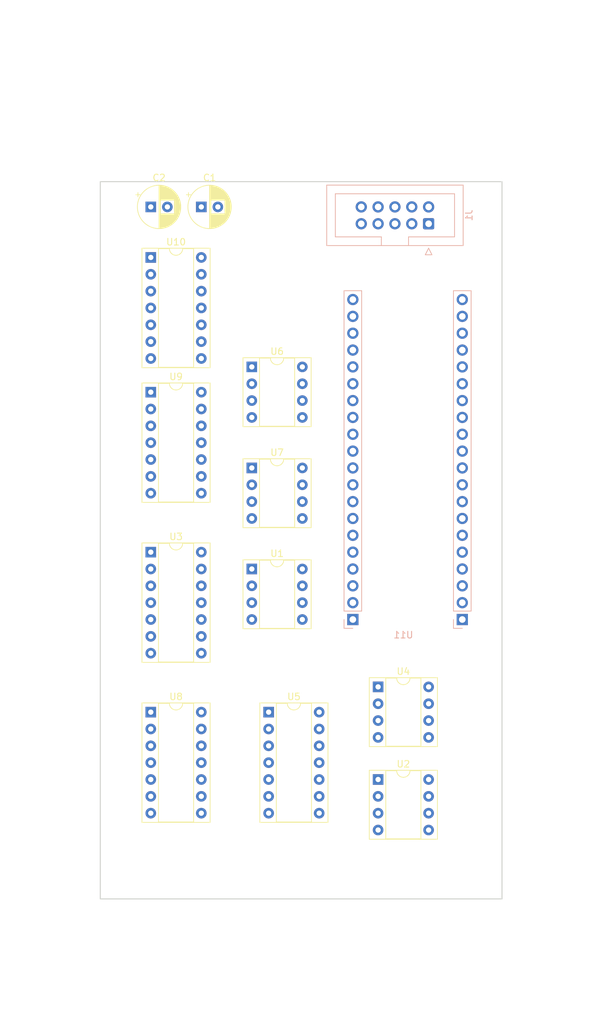
<source format=kicad_pcb>
(kicad_pcb (version 20171130) (host pcbnew 5.1.10)

  (general
    (thickness 1.6)
    (drawings 19)
    (tracks 0)
    (zones 0)
    (modules 18)
    (nets 60)
  )

  (page A4)
  (title_block
    (title "(title)")
    (comment 1 "PCB for panel")
    (comment 2 "(description)")
    (comment 4 "License CC BY 4.0 - Attribution 4.0 International")
  )

  (layers
    (0 F.Cu signal)
    (31 B.Cu signal)
    (32 B.Adhes user)
    (33 F.Adhes user)
    (34 B.Paste user)
    (35 F.Paste user)
    (36 B.SilkS user)
    (37 F.SilkS user)
    (38 B.Mask user)
    (39 F.Mask user)
    (40 Dwgs.User user)
    (41 Cmts.User user)
    (42 Eco1.User user)
    (43 Eco2.User user)
    (44 Edge.Cuts user)
    (45 Margin user)
    (46 B.CrtYd user)
    (47 F.CrtYd user)
    (48 B.Fab user)
    (49 F.Fab user)
  )

  (setup
    (last_trace_width 0.25)
    (user_trace_width 0.381)
    (user_trace_width 0.762)
    (trace_clearance 0.2)
    (zone_clearance 0.508)
    (zone_45_only no)
    (trace_min 0.2)
    (via_size 0.8)
    (via_drill 0.4)
    (via_min_size 0.4)
    (via_min_drill 0.3)
    (uvia_size 0.3)
    (uvia_drill 0.1)
    (uvias_allowed no)
    (uvia_min_size 0.2)
    (uvia_min_drill 0.1)
    (edge_width 0.05)
    (segment_width 0.2)
    (pcb_text_width 0.3)
    (pcb_text_size 1.5 1.5)
    (mod_edge_width 0.12)
    (mod_text_size 1 1)
    (mod_text_width 0.15)
    (pad_size 1.524 1.524)
    (pad_drill 0.762)
    (pad_to_mask_clearance 0)
    (aux_axis_origin 0 0)
    (visible_elements FFFFFF7F)
    (pcbplotparams
      (layerselection 0x010fc_ffffffff)
      (usegerberextensions false)
      (usegerberattributes true)
      (usegerberadvancedattributes true)
      (creategerberjobfile true)
      (excludeedgelayer true)
      (linewidth 0.100000)
      (plotframeref false)
      (viasonmask false)
      (mode 1)
      (useauxorigin false)
      (hpglpennumber 1)
      (hpglpenspeed 20)
      (hpglpendiameter 15.000000)
      (psnegative false)
      (psa4output false)
      (plotreference true)
      (plotvalue true)
      (plotinvisibletext false)
      (padsonsilk false)
      (subtractmaskfromsilk false)
      (outputformat 1)
      (mirror false)
      (drillshape 1)
      (scaleselection 1)
      (outputdirectory ""))
  )

  (net 0 "")
  (net 1 GND)
  (net 2 +15V)
  (net 3 -15V)
  (net 4 +5V)
  (net 5 VP)
  (net 6 VN)
  (net 7 "Net-(R3-Pad2)")
  (net 8 "Net-(R4-Pad2)")
  (net 9 "Net-(R5-Pad1)")
  (net 10 "Net-(R6-Pad1)")
  (net 11 "Net-(R8-Pad2)")
  (net 12 "Net-(R10-Pad2)")
  (net 13 "Net-(R11-Pad2)")
  (net 14 "Net-(R12-Pad1)")
  (net 15 "Net-(R13-Pad2)")
  (net 16 "Net-(R14-Pad2)")
  (net 17 "Net-(R15-Pad2)")
  (net 18 "Net-(R17-Pad2)")
  (net 19 /SIG_VELOCITY_1)
  (net 20 MOSI)
  (net 21 SCK)
  (net 22 /SIG_NOTE_1)
  (net 23 CS_1)
  (net 24 /SIG_NOTE_2)
  (net 25 /SIG_VELOCITY_2)
  (net 26 CS_2)
  (net 27 OUT_TRIGGER_3)
  (net 28 "Net-(U3-Pad12)")
  (net 29 SIG_TRIGGER_3)
  (net 30 OUT_TRIGGER_2)
  (net 31 "Net-(U3-Pad10)")
  (net 32 SIG_TRIGGER_2)
  (net 33 SIG_CLOCK)
  (net 34 OUT_CLOCK)
  (net 35 /SIG_NOTE_3)
  (net 36 /SIG_VELOCITY_3)
  (net 37 CS_3)
  (net 38 OUT_TRIGGER_1)
  (net 39 SIG_TRIGGER_1)
  (net 40 /SIG_PITCH_BEND_1)
  (net 41 /SIG_PITCH_BEND_2)
  (net 42 CS_4)
  (net 43 /SIG_PITCH_BEND_3)
  (net 44 "Net-(U7-Pad6)")
  (net 45 CS_5)
  (net 46 "Net-(U9-Pad8)")
  (net 47 "Net-(U10-Pad13)")
  (net 48 "Net-(U10-Pad1)")
  (net 49 "Net-(U11-Pad20)")
  (net 50 "Net-(U11-Pad19)")
  (net 51 "Net-(U11-Pad18)")
  (net 52 "Net-(U11-Pad17)")
  (net 53 "Net-(U11-Pad10)")
  (net 54 "Net-(U11-Pad8)")
  (net 55 "Net-(U11-Pad7)")
  (net 56 "Net-(U11-Pad6)")
  (net 57 "Net-(U11-Pad5)")
  (net 58 "Net-(U11-Pad4)")
  (net 59 "Net-(U11-Pad3)")

  (net_class Default "This is the default net class."
    (clearance 0.2)
    (trace_width 0.25)
    (via_dia 0.8)
    (via_drill 0.4)
    (uvia_dia 0.3)
    (uvia_drill 0.1)
    (add_net +15V)
    (add_net +5V)
    (add_net -15V)
    (add_net /SIG_NOTE_1)
    (add_net /SIG_NOTE_2)
    (add_net /SIG_NOTE_3)
    (add_net /SIG_PITCH_BEND_1)
    (add_net /SIG_PITCH_BEND_2)
    (add_net /SIG_PITCH_BEND_3)
    (add_net /SIG_VELOCITY_1)
    (add_net /SIG_VELOCITY_2)
    (add_net /SIG_VELOCITY_3)
    (add_net CS_1)
    (add_net CS_2)
    (add_net CS_3)
    (add_net CS_4)
    (add_net CS_5)
    (add_net GND)
    (add_net MOSI)
    (add_net "Net-(R10-Pad2)")
    (add_net "Net-(R11-Pad2)")
    (add_net "Net-(R12-Pad1)")
    (add_net "Net-(R13-Pad2)")
    (add_net "Net-(R14-Pad2)")
    (add_net "Net-(R15-Pad2)")
    (add_net "Net-(R17-Pad2)")
    (add_net "Net-(R3-Pad2)")
    (add_net "Net-(R4-Pad2)")
    (add_net "Net-(R5-Pad1)")
    (add_net "Net-(R6-Pad1)")
    (add_net "Net-(R8-Pad2)")
    (add_net "Net-(U10-Pad1)")
    (add_net "Net-(U10-Pad13)")
    (add_net "Net-(U11-Pad10)")
    (add_net "Net-(U11-Pad17)")
    (add_net "Net-(U11-Pad18)")
    (add_net "Net-(U11-Pad19)")
    (add_net "Net-(U11-Pad20)")
    (add_net "Net-(U11-Pad3)")
    (add_net "Net-(U11-Pad4)")
    (add_net "Net-(U11-Pad5)")
    (add_net "Net-(U11-Pad6)")
    (add_net "Net-(U11-Pad7)")
    (add_net "Net-(U11-Pad8)")
    (add_net "Net-(U3-Pad10)")
    (add_net "Net-(U3-Pad12)")
    (add_net "Net-(U7-Pad6)")
    (add_net "Net-(U9-Pad8)")
    (add_net OUT_CLOCK)
    (add_net OUT_TRIGGER_1)
    (add_net OUT_TRIGGER_2)
    (add_net OUT_TRIGGER_3)
    (add_net SCK)
    (add_net SIG_CLOCK)
    (add_net SIG_TRIGGER_1)
    (add_net SIG_TRIGGER_2)
    (add_net SIG_TRIGGER_3)
    (add_net VN)
    (add_net VP)
  )

  (module elektrophon:STM32_BluePill (layer B.Cu) (tedit 61025FE5) (tstamp 6102D769)
    (at 96.52 116.84)
    (descr "Through hole straight pin header, 1x20, 2.54mm pitch, single row")
    (tags "Through hole pin header THT 1x20 2.54mm single row")
    (path /6107A93E)
    (fp_text reference U11 (at 0 2.33) (layer B.SilkS)
      (effects (font (size 1 1) (thickness 0.15)) (justify mirror))
    )
    (fp_text value STM32_BluePill (at 0 -50.59) (layer B.Fab)
      (effects (font (size 1 1) (thickness 0.15)) (justify mirror))
    )
    (fp_text user %R (at 0 2.54 -180) (layer B.Fab)
      (effects (font (size 1 1) (thickness 0.15)) (justify mirror))
    )
    (fp_line (start 7.09 1.8) (end -9.42 1.8) (layer B.CrtYd) (width 0.05))
    (fp_line (start -9.42 -50.05) (end 7.09 -50.05) (layer B.CrtYd) (width 0.05))
    (fp_line (start -9.42 1.8) (end -9.42 -50.05) (layer B.CrtYd) (width 0.05))
    (fp_line (start -8.95 1.33) (end -7.62 1.33) (layer B.SilkS) (width 0.12))
    (fp_line (start -8.95 0) (end -8.95 1.33) (layer B.SilkS) (width 0.12))
    (fp_line (start -8.95 -1.27) (end -6.29 -1.27) (layer B.SilkS) (width 0.12))
    (fp_line (start -6.29 -1.27) (end -6.29 -49.59) (layer B.SilkS) (width 0.12))
    (fp_line (start -8.95 -1.27) (end -8.95 -49.59) (layer B.SilkS) (width 0.12))
    (fp_line (start -8.95 -49.59) (end -6.29 -49.59) (layer B.SilkS) (width 0.12))
    (fp_line (start -8.89 0.635) (end -8.255 1.27) (layer B.Fab) (width 0.1))
    (fp_line (start -8.89 -49.53) (end -8.89 0.635) (layer B.Fab) (width 0.1))
    (fp_line (start -6.35 -49.53) (end -8.89 -49.53) (layer B.Fab) (width 0.1))
    (fp_line (start -6.35 1.27) (end -6.35 -49.53) (layer B.Fab) (width 0.1))
    (fp_line (start -8.255 1.27) (end -6.35 1.27) (layer B.Fab) (width 0.1))
    (fp_line (start 7.62 0.635) (end 8.255 1.27) (layer B.Fab) (width 0.1))
    (fp_line (start 8.255 1.27) (end 10.16 1.27) (layer B.Fab) (width 0.1))
    (fp_line (start 10.22 -1.27) (end 10.22 -49.59) (layer B.SilkS) (width 0.12))
    (fp_line (start 7.56 -1.27) (end 7.56 -49.59) (layer B.SilkS) (width 0.12))
    (fp_line (start 7.56 -49.59) (end 10.22 -49.59) (layer B.SilkS) (width 0.12))
    (fp_line (start 10.16 1.27) (end 10.16 -49.53) (layer B.Fab) (width 0.1))
    (fp_line (start 7.56 0) (end 7.56 1.33) (layer B.SilkS) (width 0.12))
    (fp_line (start 10.16 -49.53) (end 7.62 -49.53) (layer B.Fab) (width 0.1))
    (fp_line (start 7.09 -50.05) (end 10.69 -50.05) (layer B.CrtYd) (width 0.05))
    (fp_line (start 10.69 1.8) (end 7.09 1.8) (layer B.CrtYd) (width 0.05))
    (fp_line (start 10.69 -50.05) (end 10.69 1.8) (layer B.CrtYd) (width 0.05))
    (fp_line (start 7.62 -49.53) (end 7.62 0.635) (layer B.Fab) (width 0.1))
    (fp_line (start 7.56 1.33) (end 8.89 1.33) (layer B.SilkS) (width 0.12))
    (fp_line (start 7.56 -1.27) (end 10.22 -1.27) (layer B.SilkS) (width 0.12))
    (pad 21 thru_hole rect (at 8.89 0) (size 1.7 1.7) (drill 1) (layers *.Cu *.Mask))
    (pad 23 thru_hole oval (at 8.89 -5.08) (size 1.7 1.7) (drill 1) (layers *.Cu *.Mask))
    (pad 24 thru_hole oval (at 8.89 -7.62) (size 1.7 1.7) (drill 1) (layers *.Cu *.Mask))
    (pad 22 thru_hole oval (at 8.89 -2.54) (size 1.7 1.7) (drill 1) (layers *.Cu *.Mask))
    (pad 31 thru_hole oval (at 8.89 -25.4) (size 1.7 1.7) (drill 1) (layers *.Cu *.Mask))
    (pad 36 thru_hole oval (at 8.89 -38.1) (size 1.7 1.7) (drill 1) (layers *.Cu *.Mask))
    (pad 32 thru_hole oval (at 8.89 -27.94) (size 1.7 1.7) (drill 1) (layers *.Cu *.Mask))
    (pad 35 thru_hole oval (at 8.89 -35.56) (size 1.7 1.7) (drill 1) (layers *.Cu *.Mask))
    (pad 27 thru_hole oval (at 8.89 -15.24) (size 1.7 1.7) (drill 1) (layers *.Cu *.Mask))
    (pad 40 thru_hole oval (at 8.89 -48.26) (size 1.7 1.7) (drill 1) (layers *.Cu *.Mask))
    (pad 33 thru_hole oval (at 8.89 -30.48) (size 1.7 1.7) (drill 1) (layers *.Cu *.Mask))
    (pad 38 thru_hole oval (at 8.89 -43.18) (size 1.7 1.7) (drill 1) (layers *.Cu *.Mask))
    (pad 30 thru_hole oval (at 8.89 -22.86) (size 1.7 1.7) (drill 1) (layers *.Cu *.Mask))
    (pad 37 thru_hole oval (at 8.89 -40.64) (size 1.7 1.7) (drill 1) (layers *.Cu *.Mask))
    (pad 26 thru_hole oval (at 8.89 -12.7) (size 1.7 1.7) (drill 1) (layers *.Cu *.Mask))
    (pad 28 thru_hole oval (at 8.89 -17.78) (size 1.7 1.7) (drill 1) (layers *.Cu *.Mask))
    (pad 25 thru_hole oval (at 8.89 -10.16) (size 1.7 1.7) (drill 1) (layers *.Cu *.Mask))
    (pad 29 thru_hole oval (at 8.89 -20.32) (size 1.7 1.7) (drill 1) (layers *.Cu *.Mask))
    (pad 39 thru_hole oval (at 8.89 -45.72) (size 1.7 1.7) (drill 1) (layers *.Cu *.Mask))
    (pad 34 thru_hole oval (at 8.89 -33.02) (size 1.7 1.7) (drill 1) (layers *.Cu *.Mask))
    (pad 20 thru_hole oval (at -7.62 -48.26) (size 1.7 1.7) (drill 1) (layers *.Cu *.Mask)
      (net 49 "Net-(U11-Pad20)"))
    (pad 19 thru_hole oval (at -7.62 -45.72) (size 1.7 1.7) (drill 1) (layers *.Cu *.Mask)
      (net 50 "Net-(U11-Pad19)"))
    (pad 18 thru_hole oval (at -7.62 -43.18) (size 1.7 1.7) (drill 1) (layers *.Cu *.Mask)
      (net 51 "Net-(U11-Pad18)"))
    (pad 17 thru_hole oval (at -7.62 -40.64) (size 1.7 1.7) (drill 1) (layers *.Cu *.Mask)
      (net 52 "Net-(U11-Pad17)"))
    (pad 16 thru_hole oval (at -7.62 -38.1) (size 1.7 1.7) (drill 1) (layers *.Cu *.Mask)
      (net 23 CS_1))
    (pad 15 thru_hole oval (at -7.62 -35.56) (size 1.7 1.7) (drill 1) (layers *.Cu *.Mask)
      (net 26 CS_2))
    (pad 14 thru_hole oval (at -7.62 -33.02) (size 1.7 1.7) (drill 1) (layers *.Cu *.Mask)
      (net 37 CS_3))
    (pad 13 thru_hole oval (at -7.62 -30.48) (size 1.7 1.7) (drill 1) (layers *.Cu *.Mask)
      (net 32 SIG_TRIGGER_2))
    (pad 12 thru_hole oval (at -7.62 -27.94) (size 1.7 1.7) (drill 1) (layers *.Cu *.Mask)
      (net 45 CS_5))
    (pad 11 thru_hole oval (at -7.62 -25.4) (size 1.7 1.7) (drill 1) (layers *.Cu *.Mask)
      (net 21 SCK))
    (pad 10 thru_hole oval (at -7.62 -22.86) (size 1.7 1.7) (drill 1) (layers *.Cu *.Mask)
      (net 53 "Net-(U11-Pad10)"))
    (pad 9 thru_hole oval (at -7.62 -20.32) (size 1.7 1.7) (drill 1) (layers *.Cu *.Mask)
      (net 20 MOSI))
    (pad 8 thru_hole oval (at -7.62 -17.78) (size 1.7 1.7) (drill 1) (layers *.Cu *.Mask)
      (net 54 "Net-(U11-Pad8)"))
    (pad 7 thru_hole oval (at -7.62 -15.24) (size 1.7 1.7) (drill 1) (layers *.Cu *.Mask)
      (net 55 "Net-(U11-Pad7)"))
    (pad 6 thru_hole oval (at -7.62 -12.7) (size 1.7 1.7) (drill 1) (layers *.Cu *.Mask)
      (net 56 "Net-(U11-Pad6)"))
    (pad 5 thru_hole oval (at -7.62 -10.16) (size 1.7 1.7) (drill 1) (layers *.Cu *.Mask)
      (net 57 "Net-(U11-Pad5)"))
    (pad 4 thru_hole oval (at -7.62 -7.62) (size 1.7 1.7) (drill 1) (layers *.Cu *.Mask)
      (net 58 "Net-(U11-Pad4)"))
    (pad 3 thru_hole oval (at -7.62 -5.08) (size 1.7 1.7) (drill 1) (layers *.Cu *.Mask)
      (net 59 "Net-(U11-Pad3)"))
    (pad 2 thru_hole oval (at -7.62 -2.54) (size 1.7 1.7) (drill 1) (layers *.Cu *.Mask)
      (net 1 GND))
    (pad 1 thru_hole rect (at -7.62 0) (size 1.7 1.7) (drill 1) (layers *.Cu *.Mask)
      (net 1 GND))
    (model ${KISYS3DMOD}/Connector_PinHeader_2.54mm.3dshapes/PinHeader_1x20_P2.54mm_Vertical.wrl
      (at (xyz 0 0 0))
      (scale (xyz 1 1 1))
      (rotate (xyz 0 0 0))
    )
    (model "/home/etienne/Documents/elektrophon/lib/kicad/models/STM32F103C8T6_Blue_Pill v6.step"
      (offset (xyz 11.5 0 -3))
      (scale (xyz 1 1 1))
      (rotate (xyz 90 0 0))
    )
  )

  (module Package_DIP:DIP-14_W7.62mm_Socket (layer F.Cu) (tedit 5A02E8C5) (tstamp 6102D720)
    (at 58.42 62.23)
    (descr "14-lead though-hole mounted DIP package, row spacing 7.62 mm (300 mils), Socket")
    (tags "THT DIP DIL PDIP 2.54mm 7.62mm 300mil Socket")
    (path /5EABBDD4)
    (fp_text reference U10 (at 3.81 -2.33) (layer F.SilkS)
      (effects (font (size 1 1) (thickness 0.15)))
    )
    (fp_text value LM324 (at 3.81 17.57) (layer F.Fab)
      (effects (font (size 1 1) (thickness 0.15)))
    )
    (fp_text user %R (at 3.81 7.62) (layer F.Fab)
      (effects (font (size 1 1) (thickness 0.15)))
    )
    (fp_arc (start 3.81 -1.33) (end 2.81 -1.33) (angle -180) (layer F.SilkS) (width 0.12))
    (fp_line (start 1.635 -1.27) (end 6.985 -1.27) (layer F.Fab) (width 0.1))
    (fp_line (start 6.985 -1.27) (end 6.985 16.51) (layer F.Fab) (width 0.1))
    (fp_line (start 6.985 16.51) (end 0.635 16.51) (layer F.Fab) (width 0.1))
    (fp_line (start 0.635 16.51) (end 0.635 -0.27) (layer F.Fab) (width 0.1))
    (fp_line (start 0.635 -0.27) (end 1.635 -1.27) (layer F.Fab) (width 0.1))
    (fp_line (start -1.27 -1.33) (end -1.27 16.57) (layer F.Fab) (width 0.1))
    (fp_line (start -1.27 16.57) (end 8.89 16.57) (layer F.Fab) (width 0.1))
    (fp_line (start 8.89 16.57) (end 8.89 -1.33) (layer F.Fab) (width 0.1))
    (fp_line (start 8.89 -1.33) (end -1.27 -1.33) (layer F.Fab) (width 0.1))
    (fp_line (start 2.81 -1.33) (end 1.16 -1.33) (layer F.SilkS) (width 0.12))
    (fp_line (start 1.16 -1.33) (end 1.16 16.57) (layer F.SilkS) (width 0.12))
    (fp_line (start 1.16 16.57) (end 6.46 16.57) (layer F.SilkS) (width 0.12))
    (fp_line (start 6.46 16.57) (end 6.46 -1.33) (layer F.SilkS) (width 0.12))
    (fp_line (start 6.46 -1.33) (end 4.81 -1.33) (layer F.SilkS) (width 0.12))
    (fp_line (start -1.33 -1.39) (end -1.33 16.63) (layer F.SilkS) (width 0.12))
    (fp_line (start -1.33 16.63) (end 8.95 16.63) (layer F.SilkS) (width 0.12))
    (fp_line (start 8.95 16.63) (end 8.95 -1.39) (layer F.SilkS) (width 0.12))
    (fp_line (start 8.95 -1.39) (end -1.33 -1.39) (layer F.SilkS) (width 0.12))
    (fp_line (start -1.55 -1.6) (end -1.55 16.85) (layer F.CrtYd) (width 0.05))
    (fp_line (start -1.55 16.85) (end 9.15 16.85) (layer F.CrtYd) (width 0.05))
    (fp_line (start 9.15 16.85) (end 9.15 -1.6) (layer F.CrtYd) (width 0.05))
    (fp_line (start 9.15 -1.6) (end -1.55 -1.6) (layer F.CrtYd) (width 0.05))
    (pad 14 thru_hole oval (at 7.62 0) (size 1.6 1.6) (drill 0.8) (layers *.Cu *.Mask)
      (net 47 "Net-(U10-Pad13)"))
    (pad 7 thru_hole oval (at 0 15.24) (size 1.6 1.6) (drill 0.8) (layers *.Cu *.Mask)
      (net 14 "Net-(R12-Pad1)"))
    (pad 13 thru_hole oval (at 7.62 2.54) (size 1.6 1.6) (drill 0.8) (layers *.Cu *.Mask)
      (net 47 "Net-(U10-Pad13)"))
    (pad 6 thru_hole oval (at 0 12.7) (size 1.6 1.6) (drill 0.8) (layers *.Cu *.Mask)
      (net 13 "Net-(R11-Pad2)"))
    (pad 12 thru_hole oval (at 7.62 5.08) (size 1.6 1.6) (drill 0.8) (layers *.Cu *.Mask)
      (net 1 GND))
    (pad 5 thru_hole oval (at 0 10.16) (size 1.6 1.6) (drill 0.8) (layers *.Cu *.Mask)
      (net 35 /SIG_NOTE_3))
    (pad 11 thru_hole oval (at 7.62 7.62) (size 1.6 1.6) (drill 0.8) (layers *.Cu *.Mask)
      (net 1 GND))
    (pad 4 thru_hole oval (at 0 7.62) (size 1.6 1.6) (drill 0.8) (layers *.Cu *.Mask)
      (net 2 +15V))
    (pad 10 thru_hole oval (at 7.62 10.16) (size 1.6 1.6) (drill 0.8) (layers *.Cu *.Mask)
      (net 43 /SIG_PITCH_BEND_3))
    (pad 3 thru_hole oval (at 0 5.08) (size 1.6 1.6) (drill 0.8) (layers *.Cu *.Mask)
      (net 1 GND))
    (pad 9 thru_hole oval (at 7.62 12.7) (size 1.6 1.6) (drill 0.8) (layers *.Cu *.Mask)
      (net 17 "Net-(R15-Pad2)"))
    (pad 2 thru_hole oval (at 0 2.54) (size 1.6 1.6) (drill 0.8) (layers *.Cu *.Mask)
      (net 48 "Net-(U10-Pad1)"))
    (pad 8 thru_hole oval (at 7.62 15.24) (size 1.6 1.6) (drill 0.8) (layers *.Cu *.Mask)
      (net 17 "Net-(R15-Pad2)"))
    (pad 1 thru_hole rect (at 0 0) (size 1.6 1.6) (drill 0.8) (layers *.Cu *.Mask)
      (net 48 "Net-(U10-Pad1)"))
    (model ${KISYS3DMOD}/Package_DIP.3dshapes/DIP-14_W7.62mm_Socket.wrl
      (at (xyz 0 0 0))
      (scale (xyz 1 1 1))
      (rotate (xyz 0 0 0))
    )
  )

  (module Package_DIP:DIP-14_W7.62mm_Socket (layer F.Cu) (tedit 5A02E8C5) (tstamp 6102D6F6)
    (at 58.42 82.55)
    (descr "14-lead though-hole mounted DIP package, row spacing 7.62 mm (300 mils), Socket")
    (tags "THT DIP DIL PDIP 2.54mm 7.62mm 300mil Socket")
    (path /5EABBDC8)
    (fp_text reference U9 (at 3.81 -2.33) (layer F.SilkS)
      (effects (font (size 1 1) (thickness 0.15)))
    )
    (fp_text value LM324 (at 3.81 17.57) (layer F.Fab)
      (effects (font (size 1 1) (thickness 0.15)))
    )
    (fp_text user %R (at 3.81 7.62) (layer F.Fab)
      (effects (font (size 1 1) (thickness 0.15)))
    )
    (fp_arc (start 3.81 -1.33) (end 2.81 -1.33) (angle -180) (layer F.SilkS) (width 0.12))
    (fp_line (start 1.635 -1.27) (end 6.985 -1.27) (layer F.Fab) (width 0.1))
    (fp_line (start 6.985 -1.27) (end 6.985 16.51) (layer F.Fab) (width 0.1))
    (fp_line (start 6.985 16.51) (end 0.635 16.51) (layer F.Fab) (width 0.1))
    (fp_line (start 0.635 16.51) (end 0.635 -0.27) (layer F.Fab) (width 0.1))
    (fp_line (start 0.635 -0.27) (end 1.635 -1.27) (layer F.Fab) (width 0.1))
    (fp_line (start -1.27 -1.33) (end -1.27 16.57) (layer F.Fab) (width 0.1))
    (fp_line (start -1.27 16.57) (end 8.89 16.57) (layer F.Fab) (width 0.1))
    (fp_line (start 8.89 16.57) (end 8.89 -1.33) (layer F.Fab) (width 0.1))
    (fp_line (start 8.89 -1.33) (end -1.27 -1.33) (layer F.Fab) (width 0.1))
    (fp_line (start 2.81 -1.33) (end 1.16 -1.33) (layer F.SilkS) (width 0.12))
    (fp_line (start 1.16 -1.33) (end 1.16 16.57) (layer F.SilkS) (width 0.12))
    (fp_line (start 1.16 16.57) (end 6.46 16.57) (layer F.SilkS) (width 0.12))
    (fp_line (start 6.46 16.57) (end 6.46 -1.33) (layer F.SilkS) (width 0.12))
    (fp_line (start 6.46 -1.33) (end 4.81 -1.33) (layer F.SilkS) (width 0.12))
    (fp_line (start -1.33 -1.39) (end -1.33 16.63) (layer F.SilkS) (width 0.12))
    (fp_line (start -1.33 16.63) (end 8.95 16.63) (layer F.SilkS) (width 0.12))
    (fp_line (start 8.95 16.63) (end 8.95 -1.39) (layer F.SilkS) (width 0.12))
    (fp_line (start 8.95 -1.39) (end -1.33 -1.39) (layer F.SilkS) (width 0.12))
    (fp_line (start -1.55 -1.6) (end -1.55 16.85) (layer F.CrtYd) (width 0.05))
    (fp_line (start -1.55 16.85) (end 9.15 16.85) (layer F.CrtYd) (width 0.05))
    (fp_line (start 9.15 16.85) (end 9.15 -1.6) (layer F.CrtYd) (width 0.05))
    (fp_line (start 9.15 -1.6) (end -1.55 -1.6) (layer F.CrtYd) (width 0.05))
    (pad 14 thru_hole oval (at 7.62 0) (size 1.6 1.6) (drill 0.8) (layers *.Cu *.Mask)
      (net 15 "Net-(R13-Pad2)"))
    (pad 7 thru_hole oval (at 0 15.24) (size 1.6 1.6) (drill 0.8) (layers *.Cu *.Mask)
      (net 16 "Net-(R14-Pad2)"))
    (pad 13 thru_hole oval (at 7.62 2.54) (size 1.6 1.6) (drill 0.8) (layers *.Cu *.Mask)
      (net 15 "Net-(R13-Pad2)"))
    (pad 6 thru_hole oval (at 0 12.7) (size 1.6 1.6) (drill 0.8) (layers *.Cu *.Mask)
      (net 16 "Net-(R14-Pad2)"))
    (pad 12 thru_hole oval (at 7.62 5.08) (size 1.6 1.6) (drill 0.8) (layers *.Cu *.Mask)
      (net 40 /SIG_PITCH_BEND_1))
    (pad 5 thru_hole oval (at 0 10.16) (size 1.6 1.6) (drill 0.8) (layers *.Cu *.Mask)
      (net 41 /SIG_PITCH_BEND_2))
    (pad 11 thru_hole oval (at 7.62 7.62) (size 1.6 1.6) (drill 0.8) (layers *.Cu *.Mask)
      (net 1 GND))
    (pad 4 thru_hole oval (at 0 7.62) (size 1.6 1.6) (drill 0.8) (layers *.Cu *.Mask)
      (net 2 +15V))
    (pad 10 thru_hole oval (at 7.62 10.16) (size 1.6 1.6) (drill 0.8) (layers *.Cu *.Mask)
      (net 1 GND))
    (pad 3 thru_hole oval (at 0 5.08) (size 1.6 1.6) (drill 0.8) (layers *.Cu *.Mask)
      (net 36 /SIG_VELOCITY_3))
    (pad 9 thru_hole oval (at 7.62 12.7) (size 1.6 1.6) (drill 0.8) (layers *.Cu *.Mask)
      (net 46 "Net-(U9-Pad8)"))
    (pad 2 thru_hole oval (at 0 2.54) (size 1.6 1.6) (drill 0.8) (layers *.Cu *.Mask)
      (net 18 "Net-(R17-Pad2)"))
    (pad 8 thru_hole oval (at 7.62 15.24) (size 1.6 1.6) (drill 0.8) (layers *.Cu *.Mask)
      (net 46 "Net-(U9-Pad8)"))
    (pad 1 thru_hole rect (at 0 0) (size 1.6 1.6) (drill 0.8) (layers *.Cu *.Mask)
      (net 18 "Net-(R17-Pad2)"))
    (model ${KISYS3DMOD}/Package_DIP.3dshapes/DIP-14_W7.62mm_Socket.wrl
      (at (xyz 0 0 0))
      (scale (xyz 1 1 1))
      (rotate (xyz 0 0 0))
    )
  )

  (module Package_DIP:DIP-14_W7.62mm_Socket (layer F.Cu) (tedit 5A02E8C5) (tstamp 6102D6CC)
    (at 58.42 130.81)
    (descr "14-lead though-hole mounted DIP package, row spacing 7.62 mm (300 mils), Socket")
    (tags "THT DIP DIL PDIP 2.54mm 7.62mm 300mil Socket")
    (path /5EABBD01)
    (fp_text reference U8 (at 3.81 -2.33) (layer F.SilkS)
      (effects (font (size 1 1) (thickness 0.15)))
    )
    (fp_text value LM324 (at 3.81 17.57) (layer F.Fab)
      (effects (font (size 1 1) (thickness 0.15)))
    )
    (fp_text user %R (at 3.81 7.62) (layer F.Fab)
      (effects (font (size 1 1) (thickness 0.15)))
    )
    (fp_arc (start 3.81 -1.33) (end 2.81 -1.33) (angle -180) (layer F.SilkS) (width 0.12))
    (fp_line (start 1.635 -1.27) (end 6.985 -1.27) (layer F.Fab) (width 0.1))
    (fp_line (start 6.985 -1.27) (end 6.985 16.51) (layer F.Fab) (width 0.1))
    (fp_line (start 6.985 16.51) (end 0.635 16.51) (layer F.Fab) (width 0.1))
    (fp_line (start 0.635 16.51) (end 0.635 -0.27) (layer F.Fab) (width 0.1))
    (fp_line (start 0.635 -0.27) (end 1.635 -1.27) (layer F.Fab) (width 0.1))
    (fp_line (start -1.27 -1.33) (end -1.27 16.57) (layer F.Fab) (width 0.1))
    (fp_line (start -1.27 16.57) (end 8.89 16.57) (layer F.Fab) (width 0.1))
    (fp_line (start 8.89 16.57) (end 8.89 -1.33) (layer F.Fab) (width 0.1))
    (fp_line (start 8.89 -1.33) (end -1.27 -1.33) (layer F.Fab) (width 0.1))
    (fp_line (start 2.81 -1.33) (end 1.16 -1.33) (layer F.SilkS) (width 0.12))
    (fp_line (start 1.16 -1.33) (end 1.16 16.57) (layer F.SilkS) (width 0.12))
    (fp_line (start 1.16 16.57) (end 6.46 16.57) (layer F.SilkS) (width 0.12))
    (fp_line (start 6.46 16.57) (end 6.46 -1.33) (layer F.SilkS) (width 0.12))
    (fp_line (start 6.46 -1.33) (end 4.81 -1.33) (layer F.SilkS) (width 0.12))
    (fp_line (start -1.33 -1.39) (end -1.33 16.63) (layer F.SilkS) (width 0.12))
    (fp_line (start -1.33 16.63) (end 8.95 16.63) (layer F.SilkS) (width 0.12))
    (fp_line (start 8.95 16.63) (end 8.95 -1.39) (layer F.SilkS) (width 0.12))
    (fp_line (start 8.95 -1.39) (end -1.33 -1.39) (layer F.SilkS) (width 0.12))
    (fp_line (start -1.55 -1.6) (end -1.55 16.85) (layer F.CrtYd) (width 0.05))
    (fp_line (start -1.55 16.85) (end 9.15 16.85) (layer F.CrtYd) (width 0.05))
    (fp_line (start 9.15 16.85) (end 9.15 -1.6) (layer F.CrtYd) (width 0.05))
    (fp_line (start 9.15 -1.6) (end -1.55 -1.6) (layer F.CrtYd) (width 0.05))
    (pad 14 thru_hole oval (at 7.62 0) (size 1.6 1.6) (drill 0.8) (layers *.Cu *.Mask)
      (net 9 "Net-(R5-Pad1)"))
    (pad 7 thru_hole oval (at 0 15.24) (size 1.6 1.6) (drill 0.8) (layers *.Cu *.Mask)
      (net 12 "Net-(R10-Pad2)"))
    (pad 13 thru_hole oval (at 7.62 2.54) (size 1.6 1.6) (drill 0.8) (layers *.Cu *.Mask)
      (net 7 "Net-(R3-Pad2)"))
    (pad 6 thru_hole oval (at 0 12.7) (size 1.6 1.6) (drill 0.8) (layers *.Cu *.Mask)
      (net 12 "Net-(R10-Pad2)"))
    (pad 12 thru_hole oval (at 7.62 5.08) (size 1.6 1.6) (drill 0.8) (layers *.Cu *.Mask)
      (net 24 /SIG_NOTE_2))
    (pad 5 thru_hole oval (at 0 10.16) (size 1.6 1.6) (drill 0.8) (layers *.Cu *.Mask)
      (net 19 /SIG_VELOCITY_1))
    (pad 11 thru_hole oval (at 7.62 7.62) (size 1.6 1.6) (drill 0.8) (layers *.Cu *.Mask)
      (net 1 GND))
    (pad 4 thru_hole oval (at 0 7.62) (size 1.6 1.6) (drill 0.8) (layers *.Cu *.Mask)
      (net 2 +15V))
    (pad 10 thru_hole oval (at 7.62 10.16) (size 1.6 1.6) (drill 0.8) (layers *.Cu *.Mask)
      (net 25 /SIG_VELOCITY_2))
    (pad 3 thru_hole oval (at 0 5.08) (size 1.6 1.6) (drill 0.8) (layers *.Cu *.Mask)
      (net 22 /SIG_NOTE_1))
    (pad 9 thru_hole oval (at 7.62 12.7) (size 1.6 1.6) (drill 0.8) (layers *.Cu *.Mask)
      (net 11 "Net-(R8-Pad2)"))
    (pad 2 thru_hole oval (at 0 2.54) (size 1.6 1.6) (drill 0.8) (layers *.Cu *.Mask)
      (net 8 "Net-(R4-Pad2)"))
    (pad 8 thru_hole oval (at 7.62 15.24) (size 1.6 1.6) (drill 0.8) (layers *.Cu *.Mask)
      (net 11 "Net-(R8-Pad2)"))
    (pad 1 thru_hole rect (at 0 0) (size 1.6 1.6) (drill 0.8) (layers *.Cu *.Mask)
      (net 10 "Net-(R6-Pad1)"))
    (model ${KISYS3DMOD}/Package_DIP.3dshapes/DIP-14_W7.62mm_Socket.wrl
      (at (xyz 0 0 0))
      (scale (xyz 1 1 1))
      (rotate (xyz 0 0 0))
    )
  )

  (module Package_DIP:DIP-8_W7.62mm_Socket (layer F.Cu) (tedit 5A02E8C5) (tstamp 6102D6A2)
    (at 73.66 93.98)
    (descr "8-lead though-hole mounted DIP package, row spacing 7.62 mm (300 mils), Socket")
    (tags "THT DIP DIL PDIP 2.54mm 7.62mm 300mil Socket")
    (path /5EABBCFB)
    (fp_text reference U7 (at 3.81 -2.33) (layer F.SilkS)
      (effects (font (size 1 1) (thickness 0.15)))
    )
    (fp_text value MCP4822 (at 3.81 9.95) (layer F.Fab)
      (effects (font (size 1 1) (thickness 0.15)))
    )
    (fp_text user %R (at 3.81 3.81) (layer F.Fab)
      (effects (font (size 1 1) (thickness 0.15)))
    )
    (fp_arc (start 3.81 -1.33) (end 2.81 -1.33) (angle -180) (layer F.SilkS) (width 0.12))
    (fp_line (start 1.635 -1.27) (end 6.985 -1.27) (layer F.Fab) (width 0.1))
    (fp_line (start 6.985 -1.27) (end 6.985 8.89) (layer F.Fab) (width 0.1))
    (fp_line (start 6.985 8.89) (end 0.635 8.89) (layer F.Fab) (width 0.1))
    (fp_line (start 0.635 8.89) (end 0.635 -0.27) (layer F.Fab) (width 0.1))
    (fp_line (start 0.635 -0.27) (end 1.635 -1.27) (layer F.Fab) (width 0.1))
    (fp_line (start -1.27 -1.33) (end -1.27 8.95) (layer F.Fab) (width 0.1))
    (fp_line (start -1.27 8.95) (end 8.89 8.95) (layer F.Fab) (width 0.1))
    (fp_line (start 8.89 8.95) (end 8.89 -1.33) (layer F.Fab) (width 0.1))
    (fp_line (start 8.89 -1.33) (end -1.27 -1.33) (layer F.Fab) (width 0.1))
    (fp_line (start 2.81 -1.33) (end 1.16 -1.33) (layer F.SilkS) (width 0.12))
    (fp_line (start 1.16 -1.33) (end 1.16 8.95) (layer F.SilkS) (width 0.12))
    (fp_line (start 1.16 8.95) (end 6.46 8.95) (layer F.SilkS) (width 0.12))
    (fp_line (start 6.46 8.95) (end 6.46 -1.33) (layer F.SilkS) (width 0.12))
    (fp_line (start 6.46 -1.33) (end 4.81 -1.33) (layer F.SilkS) (width 0.12))
    (fp_line (start -1.33 -1.39) (end -1.33 9.01) (layer F.SilkS) (width 0.12))
    (fp_line (start -1.33 9.01) (end 8.95 9.01) (layer F.SilkS) (width 0.12))
    (fp_line (start 8.95 9.01) (end 8.95 -1.39) (layer F.SilkS) (width 0.12))
    (fp_line (start 8.95 -1.39) (end -1.33 -1.39) (layer F.SilkS) (width 0.12))
    (fp_line (start -1.55 -1.6) (end -1.55 9.2) (layer F.CrtYd) (width 0.05))
    (fp_line (start -1.55 9.2) (end 9.15 9.2) (layer F.CrtYd) (width 0.05))
    (fp_line (start 9.15 9.2) (end 9.15 -1.6) (layer F.CrtYd) (width 0.05))
    (fp_line (start 9.15 -1.6) (end -1.55 -1.6) (layer F.CrtYd) (width 0.05))
    (pad 8 thru_hole oval (at 7.62 0) (size 1.6 1.6) (drill 0.8) (layers *.Cu *.Mask)
      (net 43 /SIG_PITCH_BEND_3))
    (pad 4 thru_hole oval (at 0 7.62) (size 1.6 1.6) (drill 0.8) (layers *.Cu *.Mask)
      (net 20 MOSI))
    (pad 7 thru_hole oval (at 7.62 2.54) (size 1.6 1.6) (drill 0.8) (layers *.Cu *.Mask)
      (net 1 GND))
    (pad 3 thru_hole oval (at 0 5.08) (size 1.6 1.6) (drill 0.8) (layers *.Cu *.Mask)
      (net 21 SCK))
    (pad 6 thru_hole oval (at 7.62 5.08) (size 1.6 1.6) (drill 0.8) (layers *.Cu *.Mask)
      (net 44 "Net-(U7-Pad6)"))
    (pad 2 thru_hole oval (at 0 2.54) (size 1.6 1.6) (drill 0.8) (layers *.Cu *.Mask)
      (net 45 CS_5))
    (pad 5 thru_hole oval (at 7.62 7.62) (size 1.6 1.6) (drill 0.8) (layers *.Cu *.Mask)
      (net 1 GND))
    (pad 1 thru_hole rect (at 0 0) (size 1.6 1.6) (drill 0.8) (layers *.Cu *.Mask)
      (net 4 +5V))
    (model ${KISYS3DMOD}/Package_DIP.3dshapes/DIP-8_W7.62mm_Socket.wrl
      (at (xyz 0 0 0))
      (scale (xyz 1 1 1))
      (rotate (xyz 0 0 0))
    )
  )

  (module Package_DIP:DIP-8_W7.62mm_Socket (layer F.Cu) (tedit 5A02E8C5) (tstamp 6102D67E)
    (at 73.66 78.74)
    (descr "8-lead though-hole mounted DIP package, row spacing 7.62 mm (300 mils), Socket")
    (tags "THT DIP DIL PDIP 2.54mm 7.62mm 300mil Socket")
    (path /5EABBCF5)
    (fp_text reference U6 (at 3.81 -2.33) (layer F.SilkS)
      (effects (font (size 1 1) (thickness 0.15)))
    )
    (fp_text value MCP4822 (at 3.81 9.95) (layer F.Fab)
      (effects (font (size 1 1) (thickness 0.15)))
    )
    (fp_text user %R (at 3.81 3.81) (layer F.Fab)
      (effects (font (size 1 1) (thickness 0.15)))
    )
    (fp_arc (start 3.81 -1.33) (end 2.81 -1.33) (angle -180) (layer F.SilkS) (width 0.12))
    (fp_line (start 1.635 -1.27) (end 6.985 -1.27) (layer F.Fab) (width 0.1))
    (fp_line (start 6.985 -1.27) (end 6.985 8.89) (layer F.Fab) (width 0.1))
    (fp_line (start 6.985 8.89) (end 0.635 8.89) (layer F.Fab) (width 0.1))
    (fp_line (start 0.635 8.89) (end 0.635 -0.27) (layer F.Fab) (width 0.1))
    (fp_line (start 0.635 -0.27) (end 1.635 -1.27) (layer F.Fab) (width 0.1))
    (fp_line (start -1.27 -1.33) (end -1.27 8.95) (layer F.Fab) (width 0.1))
    (fp_line (start -1.27 8.95) (end 8.89 8.95) (layer F.Fab) (width 0.1))
    (fp_line (start 8.89 8.95) (end 8.89 -1.33) (layer F.Fab) (width 0.1))
    (fp_line (start 8.89 -1.33) (end -1.27 -1.33) (layer F.Fab) (width 0.1))
    (fp_line (start 2.81 -1.33) (end 1.16 -1.33) (layer F.SilkS) (width 0.12))
    (fp_line (start 1.16 -1.33) (end 1.16 8.95) (layer F.SilkS) (width 0.12))
    (fp_line (start 1.16 8.95) (end 6.46 8.95) (layer F.SilkS) (width 0.12))
    (fp_line (start 6.46 8.95) (end 6.46 -1.33) (layer F.SilkS) (width 0.12))
    (fp_line (start 6.46 -1.33) (end 4.81 -1.33) (layer F.SilkS) (width 0.12))
    (fp_line (start -1.33 -1.39) (end -1.33 9.01) (layer F.SilkS) (width 0.12))
    (fp_line (start -1.33 9.01) (end 8.95 9.01) (layer F.SilkS) (width 0.12))
    (fp_line (start 8.95 9.01) (end 8.95 -1.39) (layer F.SilkS) (width 0.12))
    (fp_line (start 8.95 -1.39) (end -1.33 -1.39) (layer F.SilkS) (width 0.12))
    (fp_line (start -1.55 -1.6) (end -1.55 9.2) (layer F.CrtYd) (width 0.05))
    (fp_line (start -1.55 9.2) (end 9.15 9.2) (layer F.CrtYd) (width 0.05))
    (fp_line (start 9.15 9.2) (end 9.15 -1.6) (layer F.CrtYd) (width 0.05))
    (fp_line (start 9.15 -1.6) (end -1.55 -1.6) (layer F.CrtYd) (width 0.05))
    (pad 8 thru_hole oval (at 7.62 0) (size 1.6 1.6) (drill 0.8) (layers *.Cu *.Mask)
      (net 40 /SIG_PITCH_BEND_1))
    (pad 4 thru_hole oval (at 0 7.62) (size 1.6 1.6) (drill 0.8) (layers *.Cu *.Mask)
      (net 20 MOSI))
    (pad 7 thru_hole oval (at 7.62 2.54) (size 1.6 1.6) (drill 0.8) (layers *.Cu *.Mask)
      (net 1 GND))
    (pad 3 thru_hole oval (at 0 5.08) (size 1.6 1.6) (drill 0.8) (layers *.Cu *.Mask)
      (net 21 SCK))
    (pad 6 thru_hole oval (at 7.62 5.08) (size 1.6 1.6) (drill 0.8) (layers *.Cu *.Mask)
      (net 41 /SIG_PITCH_BEND_2))
    (pad 2 thru_hole oval (at 0 2.54) (size 1.6 1.6) (drill 0.8) (layers *.Cu *.Mask)
      (net 42 CS_4))
    (pad 5 thru_hole oval (at 7.62 7.62) (size 1.6 1.6) (drill 0.8) (layers *.Cu *.Mask)
      (net 1 GND))
    (pad 1 thru_hole rect (at 0 0) (size 1.6 1.6) (drill 0.8) (layers *.Cu *.Mask)
      (net 4 +5V))
    (model ${KISYS3DMOD}/Package_DIP.3dshapes/DIP-8_W7.62mm_Socket.wrl
      (at (xyz 0 0 0))
      (scale (xyz 1 1 1))
      (rotate (xyz 0 0 0))
    )
  )

  (module Package_DIP:DIP-14_W7.62mm_Socket (layer F.Cu) (tedit 5A02E8C5) (tstamp 6102D65A)
    (at 76.2 130.81)
    (descr "14-lead though-hole mounted DIP package, row spacing 7.62 mm (300 mils), Socket")
    (tags "THT DIP DIL PDIP 2.54mm 7.62mm 300mil Socket")
    (path /5EABBD90)
    (fp_text reference U5 (at 3.81 -2.33) (layer F.SilkS)
      (effects (font (size 1 1) (thickness 0.15)))
    )
    (fp_text value 40106 (at 3.81 17.57) (layer F.Fab)
      (effects (font (size 1 1) (thickness 0.15)))
    )
    (fp_text user %R (at 3.81 7.62) (layer F.Fab)
      (effects (font (size 1 1) (thickness 0.15)))
    )
    (fp_arc (start 3.81 -1.33) (end 2.81 -1.33) (angle -180) (layer F.SilkS) (width 0.12))
    (fp_line (start 1.635 -1.27) (end 6.985 -1.27) (layer F.Fab) (width 0.1))
    (fp_line (start 6.985 -1.27) (end 6.985 16.51) (layer F.Fab) (width 0.1))
    (fp_line (start 6.985 16.51) (end 0.635 16.51) (layer F.Fab) (width 0.1))
    (fp_line (start 0.635 16.51) (end 0.635 -0.27) (layer F.Fab) (width 0.1))
    (fp_line (start 0.635 -0.27) (end 1.635 -1.27) (layer F.Fab) (width 0.1))
    (fp_line (start -1.27 -1.33) (end -1.27 16.57) (layer F.Fab) (width 0.1))
    (fp_line (start -1.27 16.57) (end 8.89 16.57) (layer F.Fab) (width 0.1))
    (fp_line (start 8.89 16.57) (end 8.89 -1.33) (layer F.Fab) (width 0.1))
    (fp_line (start 8.89 -1.33) (end -1.27 -1.33) (layer F.Fab) (width 0.1))
    (fp_line (start 2.81 -1.33) (end 1.16 -1.33) (layer F.SilkS) (width 0.12))
    (fp_line (start 1.16 -1.33) (end 1.16 16.57) (layer F.SilkS) (width 0.12))
    (fp_line (start 1.16 16.57) (end 6.46 16.57) (layer F.SilkS) (width 0.12))
    (fp_line (start 6.46 16.57) (end 6.46 -1.33) (layer F.SilkS) (width 0.12))
    (fp_line (start 6.46 -1.33) (end 4.81 -1.33) (layer F.SilkS) (width 0.12))
    (fp_line (start -1.33 -1.39) (end -1.33 16.63) (layer F.SilkS) (width 0.12))
    (fp_line (start -1.33 16.63) (end 8.95 16.63) (layer F.SilkS) (width 0.12))
    (fp_line (start 8.95 16.63) (end 8.95 -1.39) (layer F.SilkS) (width 0.12))
    (fp_line (start 8.95 -1.39) (end -1.33 -1.39) (layer F.SilkS) (width 0.12))
    (fp_line (start -1.55 -1.6) (end -1.55 16.85) (layer F.CrtYd) (width 0.05))
    (fp_line (start -1.55 16.85) (end 9.15 16.85) (layer F.CrtYd) (width 0.05))
    (fp_line (start 9.15 16.85) (end 9.15 -1.6) (layer F.CrtYd) (width 0.05))
    (fp_line (start 9.15 -1.6) (end -1.55 -1.6) (layer F.CrtYd) (width 0.05))
    (pad 14 thru_hole oval (at 7.62 0) (size 1.6 1.6) (drill 0.8) (layers *.Cu *.Mask)
      (net 4 +5V))
    (pad 7 thru_hole oval (at 0 15.24) (size 1.6 1.6) (drill 0.8) (layers *.Cu *.Mask)
      (net 1 GND))
    (pad 13 thru_hole oval (at 7.62 2.54) (size 1.6 1.6) (drill 0.8) (layers *.Cu *.Mask))
    (pad 6 thru_hole oval (at 0 12.7) (size 1.6 1.6) (drill 0.8) (layers *.Cu *.Mask))
    (pad 12 thru_hole oval (at 7.62 5.08) (size 1.6 1.6) (drill 0.8) (layers *.Cu *.Mask))
    (pad 5 thru_hole oval (at 0 10.16) (size 1.6 1.6) (drill 0.8) (layers *.Cu *.Mask))
    (pad 11 thru_hole oval (at 7.62 7.62) (size 1.6 1.6) (drill 0.8) (layers *.Cu *.Mask))
    (pad 4 thru_hole oval (at 0 7.62) (size 1.6 1.6) (drill 0.8) (layers *.Cu *.Mask))
    (pad 10 thru_hole oval (at 7.62 10.16) (size 1.6 1.6) (drill 0.8) (layers *.Cu *.Mask))
    (pad 3 thru_hole oval (at 0 5.08) (size 1.6 1.6) (drill 0.8) (layers *.Cu *.Mask))
    (pad 9 thru_hole oval (at 7.62 12.7) (size 1.6 1.6) (drill 0.8) (layers *.Cu *.Mask))
    (pad 2 thru_hole oval (at 0 2.54) (size 1.6 1.6) (drill 0.8) (layers *.Cu *.Mask)
      (net 38 OUT_TRIGGER_1))
    (pad 8 thru_hole oval (at 7.62 15.24) (size 1.6 1.6) (drill 0.8) (layers *.Cu *.Mask))
    (pad 1 thru_hole rect (at 0 0) (size 1.6 1.6) (drill 0.8) (layers *.Cu *.Mask)
      (net 39 SIG_TRIGGER_1))
    (model ${KISYS3DMOD}/Package_DIP.3dshapes/DIP-14_W7.62mm_Socket.wrl
      (at (xyz 0 0 0))
      (scale (xyz 1 1 1))
      (rotate (xyz 0 0 0))
    )
  )

  (module Package_DIP:DIP-8_W7.62mm_Socket (layer F.Cu) (tedit 5A02E8C5) (tstamp 6102D630)
    (at 92.71 127)
    (descr "8-lead though-hole mounted DIP package, row spacing 7.62 mm (300 mils), Socket")
    (tags "THT DIP DIL PDIP 2.54mm 7.62mm 300mil Socket")
    (path /5EABBCEF)
    (fp_text reference U4 (at 3.81 -2.33) (layer F.SilkS)
      (effects (font (size 1 1) (thickness 0.15)))
    )
    (fp_text value MCP4822 (at 3.81 9.95) (layer F.Fab)
      (effects (font (size 1 1) (thickness 0.15)))
    )
    (fp_text user %R (at 3.81 3.81) (layer F.Fab)
      (effects (font (size 1 1) (thickness 0.15)))
    )
    (fp_arc (start 3.81 -1.33) (end 2.81 -1.33) (angle -180) (layer F.SilkS) (width 0.12))
    (fp_line (start 1.635 -1.27) (end 6.985 -1.27) (layer F.Fab) (width 0.1))
    (fp_line (start 6.985 -1.27) (end 6.985 8.89) (layer F.Fab) (width 0.1))
    (fp_line (start 6.985 8.89) (end 0.635 8.89) (layer F.Fab) (width 0.1))
    (fp_line (start 0.635 8.89) (end 0.635 -0.27) (layer F.Fab) (width 0.1))
    (fp_line (start 0.635 -0.27) (end 1.635 -1.27) (layer F.Fab) (width 0.1))
    (fp_line (start -1.27 -1.33) (end -1.27 8.95) (layer F.Fab) (width 0.1))
    (fp_line (start -1.27 8.95) (end 8.89 8.95) (layer F.Fab) (width 0.1))
    (fp_line (start 8.89 8.95) (end 8.89 -1.33) (layer F.Fab) (width 0.1))
    (fp_line (start 8.89 -1.33) (end -1.27 -1.33) (layer F.Fab) (width 0.1))
    (fp_line (start 2.81 -1.33) (end 1.16 -1.33) (layer F.SilkS) (width 0.12))
    (fp_line (start 1.16 -1.33) (end 1.16 8.95) (layer F.SilkS) (width 0.12))
    (fp_line (start 1.16 8.95) (end 6.46 8.95) (layer F.SilkS) (width 0.12))
    (fp_line (start 6.46 8.95) (end 6.46 -1.33) (layer F.SilkS) (width 0.12))
    (fp_line (start 6.46 -1.33) (end 4.81 -1.33) (layer F.SilkS) (width 0.12))
    (fp_line (start -1.33 -1.39) (end -1.33 9.01) (layer F.SilkS) (width 0.12))
    (fp_line (start -1.33 9.01) (end 8.95 9.01) (layer F.SilkS) (width 0.12))
    (fp_line (start 8.95 9.01) (end 8.95 -1.39) (layer F.SilkS) (width 0.12))
    (fp_line (start 8.95 -1.39) (end -1.33 -1.39) (layer F.SilkS) (width 0.12))
    (fp_line (start -1.55 -1.6) (end -1.55 9.2) (layer F.CrtYd) (width 0.05))
    (fp_line (start -1.55 9.2) (end 9.15 9.2) (layer F.CrtYd) (width 0.05))
    (fp_line (start 9.15 9.2) (end 9.15 -1.6) (layer F.CrtYd) (width 0.05))
    (fp_line (start 9.15 -1.6) (end -1.55 -1.6) (layer F.CrtYd) (width 0.05))
    (pad 8 thru_hole oval (at 7.62 0) (size 1.6 1.6) (drill 0.8) (layers *.Cu *.Mask)
      (net 35 /SIG_NOTE_3))
    (pad 4 thru_hole oval (at 0 7.62) (size 1.6 1.6) (drill 0.8) (layers *.Cu *.Mask)
      (net 20 MOSI))
    (pad 7 thru_hole oval (at 7.62 2.54) (size 1.6 1.6) (drill 0.8) (layers *.Cu *.Mask)
      (net 1 GND))
    (pad 3 thru_hole oval (at 0 5.08) (size 1.6 1.6) (drill 0.8) (layers *.Cu *.Mask)
      (net 21 SCK))
    (pad 6 thru_hole oval (at 7.62 5.08) (size 1.6 1.6) (drill 0.8) (layers *.Cu *.Mask)
      (net 36 /SIG_VELOCITY_3))
    (pad 2 thru_hole oval (at 0 2.54) (size 1.6 1.6) (drill 0.8) (layers *.Cu *.Mask)
      (net 37 CS_3))
    (pad 5 thru_hole oval (at 7.62 7.62) (size 1.6 1.6) (drill 0.8) (layers *.Cu *.Mask)
      (net 1 GND))
    (pad 1 thru_hole rect (at 0 0) (size 1.6 1.6) (drill 0.8) (layers *.Cu *.Mask)
      (net 4 +5V))
    (model ${KISYS3DMOD}/Package_DIP.3dshapes/DIP-8_W7.62mm_Socket.wrl
      (at (xyz 0 0 0))
      (scale (xyz 1 1 1))
      (rotate (xyz 0 0 0))
    )
  )

  (module Package_DIP:DIP-14_W7.62mm_Socket (layer F.Cu) (tedit 5A02E8C5) (tstamp 6102D60C)
    (at 58.42 106.68)
    (descr "14-lead though-hole mounted DIP package, row spacing 7.62 mm (300 mils), Socket")
    (tags "THT DIP DIL PDIP 2.54mm 7.62mm 300mil Socket")
    (path /5EA95911)
    (fp_text reference U3 (at 3.81 -2.33) (layer F.SilkS)
      (effects (font (size 1 1) (thickness 0.15)))
    )
    (fp_text value 40106 (at 3.81 17.57) (layer F.Fab)
      (effects (font (size 1 1) (thickness 0.15)))
    )
    (fp_text user %R (at 3.81 7.62) (layer F.Fab)
      (effects (font (size 1 1) (thickness 0.15)))
    )
    (fp_arc (start 3.81 -1.33) (end 2.81 -1.33) (angle -180) (layer F.SilkS) (width 0.12))
    (fp_line (start 1.635 -1.27) (end 6.985 -1.27) (layer F.Fab) (width 0.1))
    (fp_line (start 6.985 -1.27) (end 6.985 16.51) (layer F.Fab) (width 0.1))
    (fp_line (start 6.985 16.51) (end 0.635 16.51) (layer F.Fab) (width 0.1))
    (fp_line (start 0.635 16.51) (end 0.635 -0.27) (layer F.Fab) (width 0.1))
    (fp_line (start 0.635 -0.27) (end 1.635 -1.27) (layer F.Fab) (width 0.1))
    (fp_line (start -1.27 -1.33) (end -1.27 16.57) (layer F.Fab) (width 0.1))
    (fp_line (start -1.27 16.57) (end 8.89 16.57) (layer F.Fab) (width 0.1))
    (fp_line (start 8.89 16.57) (end 8.89 -1.33) (layer F.Fab) (width 0.1))
    (fp_line (start 8.89 -1.33) (end -1.27 -1.33) (layer F.Fab) (width 0.1))
    (fp_line (start 2.81 -1.33) (end 1.16 -1.33) (layer F.SilkS) (width 0.12))
    (fp_line (start 1.16 -1.33) (end 1.16 16.57) (layer F.SilkS) (width 0.12))
    (fp_line (start 1.16 16.57) (end 6.46 16.57) (layer F.SilkS) (width 0.12))
    (fp_line (start 6.46 16.57) (end 6.46 -1.33) (layer F.SilkS) (width 0.12))
    (fp_line (start 6.46 -1.33) (end 4.81 -1.33) (layer F.SilkS) (width 0.12))
    (fp_line (start -1.33 -1.39) (end -1.33 16.63) (layer F.SilkS) (width 0.12))
    (fp_line (start -1.33 16.63) (end 8.95 16.63) (layer F.SilkS) (width 0.12))
    (fp_line (start 8.95 16.63) (end 8.95 -1.39) (layer F.SilkS) (width 0.12))
    (fp_line (start 8.95 -1.39) (end -1.33 -1.39) (layer F.SilkS) (width 0.12))
    (fp_line (start -1.55 -1.6) (end -1.55 16.85) (layer F.CrtYd) (width 0.05))
    (fp_line (start -1.55 16.85) (end 9.15 16.85) (layer F.CrtYd) (width 0.05))
    (fp_line (start 9.15 16.85) (end 9.15 -1.6) (layer F.CrtYd) (width 0.05))
    (fp_line (start 9.15 -1.6) (end -1.55 -1.6) (layer F.CrtYd) (width 0.05))
    (pad 14 thru_hole oval (at 7.62 0) (size 1.6 1.6) (drill 0.8) (layers *.Cu *.Mask))
    (pad 7 thru_hole oval (at 0 15.24) (size 1.6 1.6) (drill 0.8) (layers *.Cu *.Mask))
    (pad 13 thru_hole oval (at 7.62 2.54) (size 1.6 1.6) (drill 0.8) (layers *.Cu *.Mask)
      (net 1 GND))
    (pad 6 thru_hole oval (at 0 12.7) (size 1.6 1.6) (drill 0.8) (layers *.Cu *.Mask)
      (net 27 OUT_TRIGGER_3))
    (pad 12 thru_hole oval (at 7.62 5.08) (size 1.6 1.6) (drill 0.8) (layers *.Cu *.Mask)
      (net 28 "Net-(U3-Pad12)"))
    (pad 5 thru_hole oval (at 0 10.16) (size 1.6 1.6) (drill 0.8) (layers *.Cu *.Mask)
      (net 29 SIG_TRIGGER_3))
    (pad 11 thru_hole oval (at 7.62 7.62) (size 1.6 1.6) (drill 0.8) (layers *.Cu *.Mask)
      (net 1 GND))
    (pad 4 thru_hole oval (at 0 7.62) (size 1.6 1.6) (drill 0.8) (layers *.Cu *.Mask)
      (net 30 OUT_TRIGGER_2))
    (pad 10 thru_hole oval (at 7.62 10.16) (size 1.6 1.6) (drill 0.8) (layers *.Cu *.Mask)
      (net 31 "Net-(U3-Pad10)"))
    (pad 3 thru_hole oval (at 0 5.08) (size 1.6 1.6) (drill 0.8) (layers *.Cu *.Mask)
      (net 32 SIG_TRIGGER_2))
    (pad 9 thru_hole oval (at 7.62 12.7) (size 1.6 1.6) (drill 0.8) (layers *.Cu *.Mask)
      (net 33 SIG_CLOCK))
    (pad 2 thru_hole oval (at 0 2.54) (size 1.6 1.6) (drill 0.8) (layers *.Cu *.Mask))
    (pad 8 thru_hole oval (at 7.62 15.24) (size 1.6 1.6) (drill 0.8) (layers *.Cu *.Mask)
      (net 34 OUT_CLOCK))
    (pad 1 thru_hole rect (at 0 0) (size 1.6 1.6) (drill 0.8) (layers *.Cu *.Mask))
    (model ${KISYS3DMOD}/Package_DIP.3dshapes/DIP-14_W7.62mm_Socket.wrl
      (at (xyz 0 0 0))
      (scale (xyz 1 1 1))
      (rotate (xyz 0 0 0))
    )
  )

  (module Package_DIP:DIP-8_W7.62mm_Socket (layer F.Cu) (tedit 5A02E8C5) (tstamp 6102D5E2)
    (at 92.71 140.97)
    (descr "8-lead though-hole mounted DIP package, row spacing 7.62 mm (300 mils), Socket")
    (tags "THT DIP DIL PDIP 2.54mm 7.62mm 300mil Socket")
    (path /5EABBCE9)
    (fp_text reference U2 (at 3.81 -2.33) (layer F.SilkS)
      (effects (font (size 1 1) (thickness 0.15)))
    )
    (fp_text value MCP4822 (at 3.81 9.95) (layer F.Fab)
      (effects (font (size 1 1) (thickness 0.15)))
    )
    (fp_text user %R (at 3.81 3.81) (layer F.Fab)
      (effects (font (size 1 1) (thickness 0.15)))
    )
    (fp_arc (start 3.81 -1.33) (end 2.81 -1.33) (angle -180) (layer F.SilkS) (width 0.12))
    (fp_line (start 1.635 -1.27) (end 6.985 -1.27) (layer F.Fab) (width 0.1))
    (fp_line (start 6.985 -1.27) (end 6.985 8.89) (layer F.Fab) (width 0.1))
    (fp_line (start 6.985 8.89) (end 0.635 8.89) (layer F.Fab) (width 0.1))
    (fp_line (start 0.635 8.89) (end 0.635 -0.27) (layer F.Fab) (width 0.1))
    (fp_line (start 0.635 -0.27) (end 1.635 -1.27) (layer F.Fab) (width 0.1))
    (fp_line (start -1.27 -1.33) (end -1.27 8.95) (layer F.Fab) (width 0.1))
    (fp_line (start -1.27 8.95) (end 8.89 8.95) (layer F.Fab) (width 0.1))
    (fp_line (start 8.89 8.95) (end 8.89 -1.33) (layer F.Fab) (width 0.1))
    (fp_line (start 8.89 -1.33) (end -1.27 -1.33) (layer F.Fab) (width 0.1))
    (fp_line (start 2.81 -1.33) (end 1.16 -1.33) (layer F.SilkS) (width 0.12))
    (fp_line (start 1.16 -1.33) (end 1.16 8.95) (layer F.SilkS) (width 0.12))
    (fp_line (start 1.16 8.95) (end 6.46 8.95) (layer F.SilkS) (width 0.12))
    (fp_line (start 6.46 8.95) (end 6.46 -1.33) (layer F.SilkS) (width 0.12))
    (fp_line (start 6.46 -1.33) (end 4.81 -1.33) (layer F.SilkS) (width 0.12))
    (fp_line (start -1.33 -1.39) (end -1.33 9.01) (layer F.SilkS) (width 0.12))
    (fp_line (start -1.33 9.01) (end 8.95 9.01) (layer F.SilkS) (width 0.12))
    (fp_line (start 8.95 9.01) (end 8.95 -1.39) (layer F.SilkS) (width 0.12))
    (fp_line (start 8.95 -1.39) (end -1.33 -1.39) (layer F.SilkS) (width 0.12))
    (fp_line (start -1.55 -1.6) (end -1.55 9.2) (layer F.CrtYd) (width 0.05))
    (fp_line (start -1.55 9.2) (end 9.15 9.2) (layer F.CrtYd) (width 0.05))
    (fp_line (start 9.15 9.2) (end 9.15 -1.6) (layer F.CrtYd) (width 0.05))
    (fp_line (start 9.15 -1.6) (end -1.55 -1.6) (layer F.CrtYd) (width 0.05))
    (pad 8 thru_hole oval (at 7.62 0) (size 1.6 1.6) (drill 0.8) (layers *.Cu *.Mask)
      (net 24 /SIG_NOTE_2))
    (pad 4 thru_hole oval (at 0 7.62) (size 1.6 1.6) (drill 0.8) (layers *.Cu *.Mask)
      (net 20 MOSI))
    (pad 7 thru_hole oval (at 7.62 2.54) (size 1.6 1.6) (drill 0.8) (layers *.Cu *.Mask)
      (net 1 GND))
    (pad 3 thru_hole oval (at 0 5.08) (size 1.6 1.6) (drill 0.8) (layers *.Cu *.Mask)
      (net 21 SCK))
    (pad 6 thru_hole oval (at 7.62 5.08) (size 1.6 1.6) (drill 0.8) (layers *.Cu *.Mask)
      (net 25 /SIG_VELOCITY_2))
    (pad 2 thru_hole oval (at 0 2.54) (size 1.6 1.6) (drill 0.8) (layers *.Cu *.Mask)
      (net 26 CS_2))
    (pad 5 thru_hole oval (at 7.62 7.62) (size 1.6 1.6) (drill 0.8) (layers *.Cu *.Mask)
      (net 1 GND))
    (pad 1 thru_hole rect (at 0 0) (size 1.6 1.6) (drill 0.8) (layers *.Cu *.Mask)
      (net 4 +5V))
    (model ${KISYS3DMOD}/Package_DIP.3dshapes/DIP-8_W7.62mm_Socket.wrl
      (at (xyz 0 0 0))
      (scale (xyz 1 1 1))
      (rotate (xyz 0 0 0))
    )
  )

  (module Package_DIP:DIP-8_W7.62mm_Socket (layer F.Cu) (tedit 5A02E8C5) (tstamp 6102D5BE)
    (at 73.66 109.22)
    (descr "8-lead though-hole mounted DIP package, row spacing 7.62 mm (300 mils), Socket")
    (tags "THT DIP DIL PDIP 2.54mm 7.62mm 300mil Socket")
    (path /5EABBCE3)
    (fp_text reference U1 (at 3.81 -2.33) (layer F.SilkS)
      (effects (font (size 1 1) (thickness 0.15)))
    )
    (fp_text value MCP4822 (at 3.81 9.95) (layer F.Fab)
      (effects (font (size 1 1) (thickness 0.15)))
    )
    (fp_text user %R (at 3.81 3.81) (layer F.Fab)
      (effects (font (size 1 1) (thickness 0.15)))
    )
    (fp_arc (start 3.81 -1.33) (end 2.81 -1.33) (angle -180) (layer F.SilkS) (width 0.12))
    (fp_line (start 1.635 -1.27) (end 6.985 -1.27) (layer F.Fab) (width 0.1))
    (fp_line (start 6.985 -1.27) (end 6.985 8.89) (layer F.Fab) (width 0.1))
    (fp_line (start 6.985 8.89) (end 0.635 8.89) (layer F.Fab) (width 0.1))
    (fp_line (start 0.635 8.89) (end 0.635 -0.27) (layer F.Fab) (width 0.1))
    (fp_line (start 0.635 -0.27) (end 1.635 -1.27) (layer F.Fab) (width 0.1))
    (fp_line (start -1.27 -1.33) (end -1.27 8.95) (layer F.Fab) (width 0.1))
    (fp_line (start -1.27 8.95) (end 8.89 8.95) (layer F.Fab) (width 0.1))
    (fp_line (start 8.89 8.95) (end 8.89 -1.33) (layer F.Fab) (width 0.1))
    (fp_line (start 8.89 -1.33) (end -1.27 -1.33) (layer F.Fab) (width 0.1))
    (fp_line (start 2.81 -1.33) (end 1.16 -1.33) (layer F.SilkS) (width 0.12))
    (fp_line (start 1.16 -1.33) (end 1.16 8.95) (layer F.SilkS) (width 0.12))
    (fp_line (start 1.16 8.95) (end 6.46 8.95) (layer F.SilkS) (width 0.12))
    (fp_line (start 6.46 8.95) (end 6.46 -1.33) (layer F.SilkS) (width 0.12))
    (fp_line (start 6.46 -1.33) (end 4.81 -1.33) (layer F.SilkS) (width 0.12))
    (fp_line (start -1.33 -1.39) (end -1.33 9.01) (layer F.SilkS) (width 0.12))
    (fp_line (start -1.33 9.01) (end 8.95 9.01) (layer F.SilkS) (width 0.12))
    (fp_line (start 8.95 9.01) (end 8.95 -1.39) (layer F.SilkS) (width 0.12))
    (fp_line (start 8.95 -1.39) (end -1.33 -1.39) (layer F.SilkS) (width 0.12))
    (fp_line (start -1.55 -1.6) (end -1.55 9.2) (layer F.CrtYd) (width 0.05))
    (fp_line (start -1.55 9.2) (end 9.15 9.2) (layer F.CrtYd) (width 0.05))
    (fp_line (start 9.15 9.2) (end 9.15 -1.6) (layer F.CrtYd) (width 0.05))
    (fp_line (start 9.15 -1.6) (end -1.55 -1.6) (layer F.CrtYd) (width 0.05))
    (pad 8 thru_hole oval (at 7.62 0) (size 1.6 1.6) (drill 0.8) (layers *.Cu *.Mask)
      (net 19 /SIG_VELOCITY_1))
    (pad 4 thru_hole oval (at 0 7.62) (size 1.6 1.6) (drill 0.8) (layers *.Cu *.Mask)
      (net 20 MOSI))
    (pad 7 thru_hole oval (at 7.62 2.54) (size 1.6 1.6) (drill 0.8) (layers *.Cu *.Mask)
      (net 1 GND))
    (pad 3 thru_hole oval (at 0 5.08) (size 1.6 1.6) (drill 0.8) (layers *.Cu *.Mask)
      (net 21 SCK))
    (pad 6 thru_hole oval (at 7.62 5.08) (size 1.6 1.6) (drill 0.8) (layers *.Cu *.Mask)
      (net 22 /SIG_NOTE_1))
    (pad 2 thru_hole oval (at 0 2.54) (size 1.6 1.6) (drill 0.8) (layers *.Cu *.Mask)
      (net 23 CS_1))
    (pad 5 thru_hole oval (at 7.62 7.62) (size 1.6 1.6) (drill 0.8) (layers *.Cu *.Mask)
      (net 1 GND))
    (pad 1 thru_hole rect (at 0 0) (size 1.6 1.6) (drill 0.8) (layers *.Cu *.Mask)
      (net 4 +5V))
    (model ${KISYS3DMOD}/Package_DIP.3dshapes/DIP-8_W7.62mm_Socket.wrl
      (at (xyz 0 0 0))
      (scale (xyz 1 1 1))
      (rotate (xyz 0 0 0))
    )
  )

  (module Connector_IDC:IDC-Header_2x05_P2.54mm_Vertical (layer B.Cu) (tedit 5EAC9A07) (tstamp 6102D42B)
    (at 100.33 57.15 90)
    (descr "Through hole IDC box header, 2x05, 2.54mm pitch, DIN 41651 / IEC 60603-13, double rows, https://docs.google.com/spreadsheets/d/16SsEcesNF15N3Lb4niX7dcUr-NY5_MFPQhobNuNppn4/edit#gid=0")
    (tags "Through hole vertical IDC box header THT 2x05 2.54mm double row")
    (path /5FCD165C)
    (fp_text reference J1 (at 1.27 6.1 90) (layer B.SilkS)
      (effects (font (size 1 1) (thickness 0.15)) (justify mirror))
    )
    (fp_text value "IDC Header" (at 1.27 -16.26 90) (layer B.Fab)
      (effects (font (size 1 1) (thickness 0.15)) (justify mirror))
    )
    (fp_text user %R (at 1.27 -5.08 180) (layer B.Fab)
      (effects (font (size 1 1) (thickness 0.15)) (justify mirror))
    )
    (fp_line (start -3.18 4.1) (end -2.18 5.1) (layer B.Fab) (width 0.1))
    (fp_line (start -2.18 5.1) (end 5.72 5.1) (layer B.Fab) (width 0.1))
    (fp_line (start 5.72 5.1) (end 5.72 -15.26) (layer B.Fab) (width 0.1))
    (fp_line (start 5.72 -15.26) (end -3.18 -15.26) (layer B.Fab) (width 0.1))
    (fp_line (start -3.18 -15.26) (end -3.18 4.1) (layer B.Fab) (width 0.1))
    (fp_line (start -3.18 -3.03) (end -1.98 -3.03) (layer B.Fab) (width 0.1))
    (fp_line (start -1.98 -3.03) (end -1.98 3.91) (layer B.Fab) (width 0.1))
    (fp_line (start -1.98 3.91) (end 4.52 3.91) (layer B.Fab) (width 0.1))
    (fp_line (start 4.52 3.91) (end 4.52 -14.07) (layer B.Fab) (width 0.1))
    (fp_line (start 4.52 -14.07) (end -1.98 -14.07) (layer B.Fab) (width 0.1))
    (fp_line (start -1.98 -14.07) (end -1.98 -7.13) (layer B.Fab) (width 0.1))
    (fp_line (start -1.98 -7.13) (end -1.98 -7.13) (layer B.Fab) (width 0.1))
    (fp_line (start -1.98 -7.13) (end -3.18 -7.13) (layer B.Fab) (width 0.1))
    (fp_line (start -3.29 5.21) (end 5.83 5.21) (layer B.SilkS) (width 0.12))
    (fp_line (start 5.83 5.21) (end 5.83 -15.37) (layer B.SilkS) (width 0.12))
    (fp_line (start 5.83 -15.37) (end -3.29 -15.37) (layer B.SilkS) (width 0.12))
    (fp_line (start -3.29 -15.37) (end -3.29 5.21) (layer B.SilkS) (width 0.12))
    (fp_line (start -3.29 -3.03) (end -1.98 -3.03) (layer B.SilkS) (width 0.12))
    (fp_line (start -1.98 -3.03) (end -1.98 3.91) (layer B.SilkS) (width 0.12))
    (fp_line (start -1.98 3.91) (end 4.52 3.91) (layer B.SilkS) (width 0.12))
    (fp_line (start 4.52 3.91) (end 4.52 -14.07) (layer B.SilkS) (width 0.12))
    (fp_line (start 4.52 -14.07) (end -1.98 -14.07) (layer B.SilkS) (width 0.12))
    (fp_line (start -1.98 -14.07) (end -1.98 -7.13) (layer B.SilkS) (width 0.12))
    (fp_line (start -1.98 -7.13) (end -1.98 -7.13) (layer B.SilkS) (width 0.12))
    (fp_line (start -1.98 -7.13) (end -3.29 -7.13) (layer B.SilkS) (width 0.12))
    (fp_line (start -3.68 0) (end -4.68 0.5) (layer B.SilkS) (width 0.12))
    (fp_line (start -4.68 0.5) (end -4.68 -0.5) (layer B.SilkS) (width 0.12))
    (fp_line (start -4.68 -0.5) (end -3.68 0) (layer B.SilkS) (width 0.12))
    (fp_line (start -3.68 5.6) (end -3.68 -15.76) (layer B.CrtYd) (width 0.05))
    (fp_line (start -3.68 -15.76) (end 6.22 -15.76) (layer B.CrtYd) (width 0.05))
    (fp_line (start 6.22 -15.76) (end 6.22 5.6) (layer B.CrtYd) (width 0.05))
    (fp_line (start 6.22 5.6) (end -3.68 5.6) (layer B.CrtYd) (width 0.05))
    (pad 10 thru_hole circle (at 2.54 -10.16 90) (size 1.7 1.7) (drill 1) (layers *.Cu *.Mask)
      (net 4 +5V))
    (pad 8 thru_hole circle (at 2.54 -7.62 90) (size 1.7 1.7) (drill 1) (layers *.Cu *.Mask)
      (net 1 GND))
    (pad 6 thru_hole circle (at 2.54 -5.08 90) (size 1.7 1.7) (drill 1) (layers *.Cu *.Mask)
      (net 1 GND))
    (pad 4 thru_hole circle (at 2.54 -2.54 90) (size 1.7 1.7) (drill 1) (layers *.Cu *.Mask)
      (net 5 VP))
    (pad 2 thru_hole circle (at 2.54 0 90) (size 1.7 1.7) (drill 1) (layers *.Cu *.Mask)
      (net 6 VN))
    (pad 9 thru_hole circle (at 0 -10.16 90) (size 1.7 1.7) (drill 1) (layers *.Cu *.Mask)
      (net 4 +5V))
    (pad 7 thru_hole circle (at 0 -7.62 90) (size 1.7 1.7) (drill 1) (layers *.Cu *.Mask)
      (net 1 GND))
    (pad 5 thru_hole circle (at 0 -5.08 90) (size 1.7 1.7) (drill 1) (layers *.Cu *.Mask)
      (net 1 GND))
    (pad 3 thru_hole circle (at 0 -2.54 90) (size 1.7 1.7) (drill 1) (layers *.Cu *.Mask)
      (net 5 VP))
    (pad 1 thru_hole roundrect (at 0 0 90) (size 1.7 1.7) (drill 1) (layers *.Cu *.Mask) (roundrect_rratio 0.147059)
      (net 6 VN))
    (model ${KISYS3DMOD}/Connector_IDC.3dshapes/IDC-Header_2x05_P2.54mm_Vertical.wrl
      (at (xyz 0 0 0))
      (scale (xyz 1 1 1))
      (rotate (xyz 0 0 0))
    )
  )

  (module Capacitor_THT:CP_Radial_D6.3mm_P2.50mm (layer F.Cu) (tedit 5AE50EF0) (tstamp 6102D307)
    (at 58.42 54.61)
    (descr "CP, Radial series, Radial, pin pitch=2.50mm, , diameter=6.3mm, Electrolytic Capacitor")
    (tags "CP Radial series Radial pin pitch 2.50mm  diameter 6.3mm Electrolytic Capacitor")
    (path /5E18070C)
    (fp_text reference C2 (at 1.25 -4.4) (layer F.SilkS)
      (effects (font (size 1 1) (thickness 0.15)))
    )
    (fp_text value 22u (at 1.25 4.4) (layer F.Fab)
      (effects (font (size 1 1) (thickness 0.15)))
    )
    (fp_text user %R (at 1.25 0) (layer F.Fab)
      (effects (font (size 1 1) (thickness 0.15)))
    )
    (fp_circle (center 1.25 0) (end 4.4 0) (layer F.Fab) (width 0.1))
    (fp_circle (center 1.25 0) (end 4.52 0) (layer F.SilkS) (width 0.12))
    (fp_circle (center 1.25 0) (end 4.65 0) (layer F.CrtYd) (width 0.05))
    (fp_line (start -1.443972 -1.3735) (end -0.813972 -1.3735) (layer F.Fab) (width 0.1))
    (fp_line (start -1.128972 -1.6885) (end -1.128972 -1.0585) (layer F.Fab) (width 0.1))
    (fp_line (start 1.25 -3.23) (end 1.25 3.23) (layer F.SilkS) (width 0.12))
    (fp_line (start 1.29 -3.23) (end 1.29 3.23) (layer F.SilkS) (width 0.12))
    (fp_line (start 1.33 -3.23) (end 1.33 3.23) (layer F.SilkS) (width 0.12))
    (fp_line (start 1.37 -3.228) (end 1.37 3.228) (layer F.SilkS) (width 0.12))
    (fp_line (start 1.41 -3.227) (end 1.41 3.227) (layer F.SilkS) (width 0.12))
    (fp_line (start 1.45 -3.224) (end 1.45 3.224) (layer F.SilkS) (width 0.12))
    (fp_line (start 1.49 -3.222) (end 1.49 -1.04) (layer F.SilkS) (width 0.12))
    (fp_line (start 1.49 1.04) (end 1.49 3.222) (layer F.SilkS) (width 0.12))
    (fp_line (start 1.53 -3.218) (end 1.53 -1.04) (layer F.SilkS) (width 0.12))
    (fp_line (start 1.53 1.04) (end 1.53 3.218) (layer F.SilkS) (width 0.12))
    (fp_line (start 1.57 -3.215) (end 1.57 -1.04) (layer F.SilkS) (width 0.12))
    (fp_line (start 1.57 1.04) (end 1.57 3.215) (layer F.SilkS) (width 0.12))
    (fp_line (start 1.61 -3.211) (end 1.61 -1.04) (layer F.SilkS) (width 0.12))
    (fp_line (start 1.61 1.04) (end 1.61 3.211) (layer F.SilkS) (width 0.12))
    (fp_line (start 1.65 -3.206) (end 1.65 -1.04) (layer F.SilkS) (width 0.12))
    (fp_line (start 1.65 1.04) (end 1.65 3.206) (layer F.SilkS) (width 0.12))
    (fp_line (start 1.69 -3.201) (end 1.69 -1.04) (layer F.SilkS) (width 0.12))
    (fp_line (start 1.69 1.04) (end 1.69 3.201) (layer F.SilkS) (width 0.12))
    (fp_line (start 1.73 -3.195) (end 1.73 -1.04) (layer F.SilkS) (width 0.12))
    (fp_line (start 1.73 1.04) (end 1.73 3.195) (layer F.SilkS) (width 0.12))
    (fp_line (start 1.77 -3.189) (end 1.77 -1.04) (layer F.SilkS) (width 0.12))
    (fp_line (start 1.77 1.04) (end 1.77 3.189) (layer F.SilkS) (width 0.12))
    (fp_line (start 1.81 -3.182) (end 1.81 -1.04) (layer F.SilkS) (width 0.12))
    (fp_line (start 1.81 1.04) (end 1.81 3.182) (layer F.SilkS) (width 0.12))
    (fp_line (start 1.85 -3.175) (end 1.85 -1.04) (layer F.SilkS) (width 0.12))
    (fp_line (start 1.85 1.04) (end 1.85 3.175) (layer F.SilkS) (width 0.12))
    (fp_line (start 1.89 -3.167) (end 1.89 -1.04) (layer F.SilkS) (width 0.12))
    (fp_line (start 1.89 1.04) (end 1.89 3.167) (layer F.SilkS) (width 0.12))
    (fp_line (start 1.93 -3.159) (end 1.93 -1.04) (layer F.SilkS) (width 0.12))
    (fp_line (start 1.93 1.04) (end 1.93 3.159) (layer F.SilkS) (width 0.12))
    (fp_line (start 1.971 -3.15) (end 1.971 -1.04) (layer F.SilkS) (width 0.12))
    (fp_line (start 1.971 1.04) (end 1.971 3.15) (layer F.SilkS) (width 0.12))
    (fp_line (start 2.011 -3.141) (end 2.011 -1.04) (layer F.SilkS) (width 0.12))
    (fp_line (start 2.011 1.04) (end 2.011 3.141) (layer F.SilkS) (width 0.12))
    (fp_line (start 2.051 -3.131) (end 2.051 -1.04) (layer F.SilkS) (width 0.12))
    (fp_line (start 2.051 1.04) (end 2.051 3.131) (layer F.SilkS) (width 0.12))
    (fp_line (start 2.091 -3.121) (end 2.091 -1.04) (layer F.SilkS) (width 0.12))
    (fp_line (start 2.091 1.04) (end 2.091 3.121) (layer F.SilkS) (width 0.12))
    (fp_line (start 2.131 -3.11) (end 2.131 -1.04) (layer F.SilkS) (width 0.12))
    (fp_line (start 2.131 1.04) (end 2.131 3.11) (layer F.SilkS) (width 0.12))
    (fp_line (start 2.171 -3.098) (end 2.171 -1.04) (layer F.SilkS) (width 0.12))
    (fp_line (start 2.171 1.04) (end 2.171 3.098) (layer F.SilkS) (width 0.12))
    (fp_line (start 2.211 -3.086) (end 2.211 -1.04) (layer F.SilkS) (width 0.12))
    (fp_line (start 2.211 1.04) (end 2.211 3.086) (layer F.SilkS) (width 0.12))
    (fp_line (start 2.251 -3.074) (end 2.251 -1.04) (layer F.SilkS) (width 0.12))
    (fp_line (start 2.251 1.04) (end 2.251 3.074) (layer F.SilkS) (width 0.12))
    (fp_line (start 2.291 -3.061) (end 2.291 -1.04) (layer F.SilkS) (width 0.12))
    (fp_line (start 2.291 1.04) (end 2.291 3.061) (layer F.SilkS) (width 0.12))
    (fp_line (start 2.331 -3.047) (end 2.331 -1.04) (layer F.SilkS) (width 0.12))
    (fp_line (start 2.331 1.04) (end 2.331 3.047) (layer F.SilkS) (width 0.12))
    (fp_line (start 2.371 -3.033) (end 2.371 -1.04) (layer F.SilkS) (width 0.12))
    (fp_line (start 2.371 1.04) (end 2.371 3.033) (layer F.SilkS) (width 0.12))
    (fp_line (start 2.411 -3.018) (end 2.411 -1.04) (layer F.SilkS) (width 0.12))
    (fp_line (start 2.411 1.04) (end 2.411 3.018) (layer F.SilkS) (width 0.12))
    (fp_line (start 2.451 -3.002) (end 2.451 -1.04) (layer F.SilkS) (width 0.12))
    (fp_line (start 2.451 1.04) (end 2.451 3.002) (layer F.SilkS) (width 0.12))
    (fp_line (start 2.491 -2.986) (end 2.491 -1.04) (layer F.SilkS) (width 0.12))
    (fp_line (start 2.491 1.04) (end 2.491 2.986) (layer F.SilkS) (width 0.12))
    (fp_line (start 2.531 -2.97) (end 2.531 -1.04) (layer F.SilkS) (width 0.12))
    (fp_line (start 2.531 1.04) (end 2.531 2.97) (layer F.SilkS) (width 0.12))
    (fp_line (start 2.571 -2.952) (end 2.571 -1.04) (layer F.SilkS) (width 0.12))
    (fp_line (start 2.571 1.04) (end 2.571 2.952) (layer F.SilkS) (width 0.12))
    (fp_line (start 2.611 -2.934) (end 2.611 -1.04) (layer F.SilkS) (width 0.12))
    (fp_line (start 2.611 1.04) (end 2.611 2.934) (layer F.SilkS) (width 0.12))
    (fp_line (start 2.651 -2.916) (end 2.651 -1.04) (layer F.SilkS) (width 0.12))
    (fp_line (start 2.651 1.04) (end 2.651 2.916) (layer F.SilkS) (width 0.12))
    (fp_line (start 2.691 -2.896) (end 2.691 -1.04) (layer F.SilkS) (width 0.12))
    (fp_line (start 2.691 1.04) (end 2.691 2.896) (layer F.SilkS) (width 0.12))
    (fp_line (start 2.731 -2.876) (end 2.731 -1.04) (layer F.SilkS) (width 0.12))
    (fp_line (start 2.731 1.04) (end 2.731 2.876) (layer F.SilkS) (width 0.12))
    (fp_line (start 2.771 -2.856) (end 2.771 -1.04) (layer F.SilkS) (width 0.12))
    (fp_line (start 2.771 1.04) (end 2.771 2.856) (layer F.SilkS) (width 0.12))
    (fp_line (start 2.811 -2.834) (end 2.811 -1.04) (layer F.SilkS) (width 0.12))
    (fp_line (start 2.811 1.04) (end 2.811 2.834) (layer F.SilkS) (width 0.12))
    (fp_line (start 2.851 -2.812) (end 2.851 -1.04) (layer F.SilkS) (width 0.12))
    (fp_line (start 2.851 1.04) (end 2.851 2.812) (layer F.SilkS) (width 0.12))
    (fp_line (start 2.891 -2.79) (end 2.891 -1.04) (layer F.SilkS) (width 0.12))
    (fp_line (start 2.891 1.04) (end 2.891 2.79) (layer F.SilkS) (width 0.12))
    (fp_line (start 2.931 -2.766) (end 2.931 -1.04) (layer F.SilkS) (width 0.12))
    (fp_line (start 2.931 1.04) (end 2.931 2.766) (layer F.SilkS) (width 0.12))
    (fp_line (start 2.971 -2.742) (end 2.971 -1.04) (layer F.SilkS) (width 0.12))
    (fp_line (start 2.971 1.04) (end 2.971 2.742) (layer F.SilkS) (width 0.12))
    (fp_line (start 3.011 -2.716) (end 3.011 -1.04) (layer F.SilkS) (width 0.12))
    (fp_line (start 3.011 1.04) (end 3.011 2.716) (layer F.SilkS) (width 0.12))
    (fp_line (start 3.051 -2.69) (end 3.051 -1.04) (layer F.SilkS) (width 0.12))
    (fp_line (start 3.051 1.04) (end 3.051 2.69) (layer F.SilkS) (width 0.12))
    (fp_line (start 3.091 -2.664) (end 3.091 -1.04) (layer F.SilkS) (width 0.12))
    (fp_line (start 3.091 1.04) (end 3.091 2.664) (layer F.SilkS) (width 0.12))
    (fp_line (start 3.131 -2.636) (end 3.131 -1.04) (layer F.SilkS) (width 0.12))
    (fp_line (start 3.131 1.04) (end 3.131 2.636) (layer F.SilkS) (width 0.12))
    (fp_line (start 3.171 -2.607) (end 3.171 -1.04) (layer F.SilkS) (width 0.12))
    (fp_line (start 3.171 1.04) (end 3.171 2.607) (layer F.SilkS) (width 0.12))
    (fp_line (start 3.211 -2.578) (end 3.211 -1.04) (layer F.SilkS) (width 0.12))
    (fp_line (start 3.211 1.04) (end 3.211 2.578) (layer F.SilkS) (width 0.12))
    (fp_line (start 3.251 -2.548) (end 3.251 -1.04) (layer F.SilkS) (width 0.12))
    (fp_line (start 3.251 1.04) (end 3.251 2.548) (layer F.SilkS) (width 0.12))
    (fp_line (start 3.291 -2.516) (end 3.291 -1.04) (layer F.SilkS) (width 0.12))
    (fp_line (start 3.291 1.04) (end 3.291 2.516) (layer F.SilkS) (width 0.12))
    (fp_line (start 3.331 -2.484) (end 3.331 -1.04) (layer F.SilkS) (width 0.12))
    (fp_line (start 3.331 1.04) (end 3.331 2.484) (layer F.SilkS) (width 0.12))
    (fp_line (start 3.371 -2.45) (end 3.371 -1.04) (layer F.SilkS) (width 0.12))
    (fp_line (start 3.371 1.04) (end 3.371 2.45) (layer F.SilkS) (width 0.12))
    (fp_line (start 3.411 -2.416) (end 3.411 -1.04) (layer F.SilkS) (width 0.12))
    (fp_line (start 3.411 1.04) (end 3.411 2.416) (layer F.SilkS) (width 0.12))
    (fp_line (start 3.451 -2.38) (end 3.451 -1.04) (layer F.SilkS) (width 0.12))
    (fp_line (start 3.451 1.04) (end 3.451 2.38) (layer F.SilkS) (width 0.12))
    (fp_line (start 3.491 -2.343) (end 3.491 -1.04) (layer F.SilkS) (width 0.12))
    (fp_line (start 3.491 1.04) (end 3.491 2.343) (layer F.SilkS) (width 0.12))
    (fp_line (start 3.531 -2.305) (end 3.531 -1.04) (layer F.SilkS) (width 0.12))
    (fp_line (start 3.531 1.04) (end 3.531 2.305) (layer F.SilkS) (width 0.12))
    (fp_line (start 3.571 -2.265) (end 3.571 2.265) (layer F.SilkS) (width 0.12))
    (fp_line (start 3.611 -2.224) (end 3.611 2.224) (layer F.SilkS) (width 0.12))
    (fp_line (start 3.651 -2.182) (end 3.651 2.182) (layer F.SilkS) (width 0.12))
    (fp_line (start 3.691 -2.137) (end 3.691 2.137) (layer F.SilkS) (width 0.12))
    (fp_line (start 3.731 -2.092) (end 3.731 2.092) (layer F.SilkS) (width 0.12))
    (fp_line (start 3.771 -2.044) (end 3.771 2.044) (layer F.SilkS) (width 0.12))
    (fp_line (start 3.811 -1.995) (end 3.811 1.995) (layer F.SilkS) (width 0.12))
    (fp_line (start 3.851 -1.944) (end 3.851 1.944) (layer F.SilkS) (width 0.12))
    (fp_line (start 3.891 -1.89) (end 3.891 1.89) (layer F.SilkS) (width 0.12))
    (fp_line (start 3.931 -1.834) (end 3.931 1.834) (layer F.SilkS) (width 0.12))
    (fp_line (start 3.971 -1.776) (end 3.971 1.776) (layer F.SilkS) (width 0.12))
    (fp_line (start 4.011 -1.714) (end 4.011 1.714) (layer F.SilkS) (width 0.12))
    (fp_line (start 4.051 -1.65) (end 4.051 1.65) (layer F.SilkS) (width 0.12))
    (fp_line (start 4.091 -1.581) (end 4.091 1.581) (layer F.SilkS) (width 0.12))
    (fp_line (start 4.131 -1.509) (end 4.131 1.509) (layer F.SilkS) (width 0.12))
    (fp_line (start 4.171 -1.432) (end 4.171 1.432) (layer F.SilkS) (width 0.12))
    (fp_line (start 4.211 -1.35) (end 4.211 1.35) (layer F.SilkS) (width 0.12))
    (fp_line (start 4.251 -1.262) (end 4.251 1.262) (layer F.SilkS) (width 0.12))
    (fp_line (start 4.291 -1.165) (end 4.291 1.165) (layer F.SilkS) (width 0.12))
    (fp_line (start 4.331 -1.059) (end 4.331 1.059) (layer F.SilkS) (width 0.12))
    (fp_line (start 4.371 -0.94) (end 4.371 0.94) (layer F.SilkS) (width 0.12))
    (fp_line (start 4.411 -0.802) (end 4.411 0.802) (layer F.SilkS) (width 0.12))
    (fp_line (start 4.451 -0.633) (end 4.451 0.633) (layer F.SilkS) (width 0.12))
    (fp_line (start 4.491 -0.402) (end 4.491 0.402) (layer F.SilkS) (width 0.12))
    (fp_line (start -2.250241 -1.839) (end -1.620241 -1.839) (layer F.SilkS) (width 0.12))
    (fp_line (start -1.935241 -2.154) (end -1.935241 -1.524) (layer F.SilkS) (width 0.12))
    (pad 2 thru_hole circle (at 2.5 0) (size 1.6 1.6) (drill 0.8) (layers *.Cu *.Mask)
      (net 3 -15V))
    (pad 1 thru_hole rect (at 0 0) (size 1.6 1.6) (drill 0.8) (layers *.Cu *.Mask)
      (net 1 GND))
    (model ${KISYS3DMOD}/Capacitor_THT.3dshapes/CP_Radial_D6.3mm_P2.50mm.wrl
      (at (xyz 0 0 0))
      (scale (xyz 1 1 1))
      (rotate (xyz 0 0 0))
    )
  )

  (module Capacitor_THT:CP_Radial_D6.3mm_P2.50mm (layer F.Cu) (tedit 5AE50EF0) (tstamp 6102D273)
    (at 66.04 54.61)
    (descr "CP, Radial series, Radial, pin pitch=2.50mm, , diameter=6.3mm, Electrolytic Capacitor")
    (tags "CP Radial series Radial pin pitch 2.50mm  diameter 6.3mm Electrolytic Capacitor")
    (path /5E180738)
    (fp_text reference C1 (at 1.25 -4.4) (layer F.SilkS)
      (effects (font (size 1 1) (thickness 0.15)))
    )
    (fp_text value 22u (at 1.25 4.4) (layer F.Fab)
      (effects (font (size 1 1) (thickness 0.15)))
    )
    (fp_text user %R (at 1.25 0) (layer F.Fab)
      (effects (font (size 1 1) (thickness 0.15)))
    )
    (fp_circle (center 1.25 0) (end 4.4 0) (layer F.Fab) (width 0.1))
    (fp_circle (center 1.25 0) (end 4.52 0) (layer F.SilkS) (width 0.12))
    (fp_circle (center 1.25 0) (end 4.65 0) (layer F.CrtYd) (width 0.05))
    (fp_line (start -1.443972 -1.3735) (end -0.813972 -1.3735) (layer F.Fab) (width 0.1))
    (fp_line (start -1.128972 -1.6885) (end -1.128972 -1.0585) (layer F.Fab) (width 0.1))
    (fp_line (start 1.25 -3.23) (end 1.25 3.23) (layer F.SilkS) (width 0.12))
    (fp_line (start 1.29 -3.23) (end 1.29 3.23) (layer F.SilkS) (width 0.12))
    (fp_line (start 1.33 -3.23) (end 1.33 3.23) (layer F.SilkS) (width 0.12))
    (fp_line (start 1.37 -3.228) (end 1.37 3.228) (layer F.SilkS) (width 0.12))
    (fp_line (start 1.41 -3.227) (end 1.41 3.227) (layer F.SilkS) (width 0.12))
    (fp_line (start 1.45 -3.224) (end 1.45 3.224) (layer F.SilkS) (width 0.12))
    (fp_line (start 1.49 -3.222) (end 1.49 -1.04) (layer F.SilkS) (width 0.12))
    (fp_line (start 1.49 1.04) (end 1.49 3.222) (layer F.SilkS) (width 0.12))
    (fp_line (start 1.53 -3.218) (end 1.53 -1.04) (layer F.SilkS) (width 0.12))
    (fp_line (start 1.53 1.04) (end 1.53 3.218) (layer F.SilkS) (width 0.12))
    (fp_line (start 1.57 -3.215) (end 1.57 -1.04) (layer F.SilkS) (width 0.12))
    (fp_line (start 1.57 1.04) (end 1.57 3.215) (layer F.SilkS) (width 0.12))
    (fp_line (start 1.61 -3.211) (end 1.61 -1.04) (layer F.SilkS) (width 0.12))
    (fp_line (start 1.61 1.04) (end 1.61 3.211) (layer F.SilkS) (width 0.12))
    (fp_line (start 1.65 -3.206) (end 1.65 -1.04) (layer F.SilkS) (width 0.12))
    (fp_line (start 1.65 1.04) (end 1.65 3.206) (layer F.SilkS) (width 0.12))
    (fp_line (start 1.69 -3.201) (end 1.69 -1.04) (layer F.SilkS) (width 0.12))
    (fp_line (start 1.69 1.04) (end 1.69 3.201) (layer F.SilkS) (width 0.12))
    (fp_line (start 1.73 -3.195) (end 1.73 -1.04) (layer F.SilkS) (width 0.12))
    (fp_line (start 1.73 1.04) (end 1.73 3.195) (layer F.SilkS) (width 0.12))
    (fp_line (start 1.77 -3.189) (end 1.77 -1.04) (layer F.SilkS) (width 0.12))
    (fp_line (start 1.77 1.04) (end 1.77 3.189) (layer F.SilkS) (width 0.12))
    (fp_line (start 1.81 -3.182) (end 1.81 -1.04) (layer F.SilkS) (width 0.12))
    (fp_line (start 1.81 1.04) (end 1.81 3.182) (layer F.SilkS) (width 0.12))
    (fp_line (start 1.85 -3.175) (end 1.85 -1.04) (layer F.SilkS) (width 0.12))
    (fp_line (start 1.85 1.04) (end 1.85 3.175) (layer F.SilkS) (width 0.12))
    (fp_line (start 1.89 -3.167) (end 1.89 -1.04) (layer F.SilkS) (width 0.12))
    (fp_line (start 1.89 1.04) (end 1.89 3.167) (layer F.SilkS) (width 0.12))
    (fp_line (start 1.93 -3.159) (end 1.93 -1.04) (layer F.SilkS) (width 0.12))
    (fp_line (start 1.93 1.04) (end 1.93 3.159) (layer F.SilkS) (width 0.12))
    (fp_line (start 1.971 -3.15) (end 1.971 -1.04) (layer F.SilkS) (width 0.12))
    (fp_line (start 1.971 1.04) (end 1.971 3.15) (layer F.SilkS) (width 0.12))
    (fp_line (start 2.011 -3.141) (end 2.011 -1.04) (layer F.SilkS) (width 0.12))
    (fp_line (start 2.011 1.04) (end 2.011 3.141) (layer F.SilkS) (width 0.12))
    (fp_line (start 2.051 -3.131) (end 2.051 -1.04) (layer F.SilkS) (width 0.12))
    (fp_line (start 2.051 1.04) (end 2.051 3.131) (layer F.SilkS) (width 0.12))
    (fp_line (start 2.091 -3.121) (end 2.091 -1.04) (layer F.SilkS) (width 0.12))
    (fp_line (start 2.091 1.04) (end 2.091 3.121) (layer F.SilkS) (width 0.12))
    (fp_line (start 2.131 -3.11) (end 2.131 -1.04) (layer F.SilkS) (width 0.12))
    (fp_line (start 2.131 1.04) (end 2.131 3.11) (layer F.SilkS) (width 0.12))
    (fp_line (start 2.171 -3.098) (end 2.171 -1.04) (layer F.SilkS) (width 0.12))
    (fp_line (start 2.171 1.04) (end 2.171 3.098) (layer F.SilkS) (width 0.12))
    (fp_line (start 2.211 -3.086) (end 2.211 -1.04) (layer F.SilkS) (width 0.12))
    (fp_line (start 2.211 1.04) (end 2.211 3.086) (layer F.SilkS) (width 0.12))
    (fp_line (start 2.251 -3.074) (end 2.251 -1.04) (layer F.SilkS) (width 0.12))
    (fp_line (start 2.251 1.04) (end 2.251 3.074) (layer F.SilkS) (width 0.12))
    (fp_line (start 2.291 -3.061) (end 2.291 -1.04) (layer F.SilkS) (width 0.12))
    (fp_line (start 2.291 1.04) (end 2.291 3.061) (layer F.SilkS) (width 0.12))
    (fp_line (start 2.331 -3.047) (end 2.331 -1.04) (layer F.SilkS) (width 0.12))
    (fp_line (start 2.331 1.04) (end 2.331 3.047) (layer F.SilkS) (width 0.12))
    (fp_line (start 2.371 -3.033) (end 2.371 -1.04) (layer F.SilkS) (width 0.12))
    (fp_line (start 2.371 1.04) (end 2.371 3.033) (layer F.SilkS) (width 0.12))
    (fp_line (start 2.411 -3.018) (end 2.411 -1.04) (layer F.SilkS) (width 0.12))
    (fp_line (start 2.411 1.04) (end 2.411 3.018) (layer F.SilkS) (width 0.12))
    (fp_line (start 2.451 -3.002) (end 2.451 -1.04) (layer F.SilkS) (width 0.12))
    (fp_line (start 2.451 1.04) (end 2.451 3.002) (layer F.SilkS) (width 0.12))
    (fp_line (start 2.491 -2.986) (end 2.491 -1.04) (layer F.SilkS) (width 0.12))
    (fp_line (start 2.491 1.04) (end 2.491 2.986) (layer F.SilkS) (width 0.12))
    (fp_line (start 2.531 -2.97) (end 2.531 -1.04) (layer F.SilkS) (width 0.12))
    (fp_line (start 2.531 1.04) (end 2.531 2.97) (layer F.SilkS) (width 0.12))
    (fp_line (start 2.571 -2.952) (end 2.571 -1.04) (layer F.SilkS) (width 0.12))
    (fp_line (start 2.571 1.04) (end 2.571 2.952) (layer F.SilkS) (width 0.12))
    (fp_line (start 2.611 -2.934) (end 2.611 -1.04) (layer F.SilkS) (width 0.12))
    (fp_line (start 2.611 1.04) (end 2.611 2.934) (layer F.SilkS) (width 0.12))
    (fp_line (start 2.651 -2.916) (end 2.651 -1.04) (layer F.SilkS) (width 0.12))
    (fp_line (start 2.651 1.04) (end 2.651 2.916) (layer F.SilkS) (width 0.12))
    (fp_line (start 2.691 -2.896) (end 2.691 -1.04) (layer F.SilkS) (width 0.12))
    (fp_line (start 2.691 1.04) (end 2.691 2.896) (layer F.SilkS) (width 0.12))
    (fp_line (start 2.731 -2.876) (end 2.731 -1.04) (layer F.SilkS) (width 0.12))
    (fp_line (start 2.731 1.04) (end 2.731 2.876) (layer F.SilkS) (width 0.12))
    (fp_line (start 2.771 -2.856) (end 2.771 -1.04) (layer F.SilkS) (width 0.12))
    (fp_line (start 2.771 1.04) (end 2.771 2.856) (layer F.SilkS) (width 0.12))
    (fp_line (start 2.811 -2.834) (end 2.811 -1.04) (layer F.SilkS) (width 0.12))
    (fp_line (start 2.811 1.04) (end 2.811 2.834) (layer F.SilkS) (width 0.12))
    (fp_line (start 2.851 -2.812) (end 2.851 -1.04) (layer F.SilkS) (width 0.12))
    (fp_line (start 2.851 1.04) (end 2.851 2.812) (layer F.SilkS) (width 0.12))
    (fp_line (start 2.891 -2.79) (end 2.891 -1.04) (layer F.SilkS) (width 0.12))
    (fp_line (start 2.891 1.04) (end 2.891 2.79) (layer F.SilkS) (width 0.12))
    (fp_line (start 2.931 -2.766) (end 2.931 -1.04) (layer F.SilkS) (width 0.12))
    (fp_line (start 2.931 1.04) (end 2.931 2.766) (layer F.SilkS) (width 0.12))
    (fp_line (start 2.971 -2.742) (end 2.971 -1.04) (layer F.SilkS) (width 0.12))
    (fp_line (start 2.971 1.04) (end 2.971 2.742) (layer F.SilkS) (width 0.12))
    (fp_line (start 3.011 -2.716) (end 3.011 -1.04) (layer F.SilkS) (width 0.12))
    (fp_line (start 3.011 1.04) (end 3.011 2.716) (layer F.SilkS) (width 0.12))
    (fp_line (start 3.051 -2.69) (end 3.051 -1.04) (layer F.SilkS) (width 0.12))
    (fp_line (start 3.051 1.04) (end 3.051 2.69) (layer F.SilkS) (width 0.12))
    (fp_line (start 3.091 -2.664) (end 3.091 -1.04) (layer F.SilkS) (width 0.12))
    (fp_line (start 3.091 1.04) (end 3.091 2.664) (layer F.SilkS) (width 0.12))
    (fp_line (start 3.131 -2.636) (end 3.131 -1.04) (layer F.SilkS) (width 0.12))
    (fp_line (start 3.131 1.04) (end 3.131 2.636) (layer F.SilkS) (width 0.12))
    (fp_line (start 3.171 -2.607) (end 3.171 -1.04) (layer F.SilkS) (width 0.12))
    (fp_line (start 3.171 1.04) (end 3.171 2.607) (layer F.SilkS) (width 0.12))
    (fp_line (start 3.211 -2.578) (end 3.211 -1.04) (layer F.SilkS) (width 0.12))
    (fp_line (start 3.211 1.04) (end 3.211 2.578) (layer F.SilkS) (width 0.12))
    (fp_line (start 3.251 -2.548) (end 3.251 -1.04) (layer F.SilkS) (width 0.12))
    (fp_line (start 3.251 1.04) (end 3.251 2.548) (layer F.SilkS) (width 0.12))
    (fp_line (start 3.291 -2.516) (end 3.291 -1.04) (layer F.SilkS) (width 0.12))
    (fp_line (start 3.291 1.04) (end 3.291 2.516) (layer F.SilkS) (width 0.12))
    (fp_line (start 3.331 -2.484) (end 3.331 -1.04) (layer F.SilkS) (width 0.12))
    (fp_line (start 3.331 1.04) (end 3.331 2.484) (layer F.SilkS) (width 0.12))
    (fp_line (start 3.371 -2.45) (end 3.371 -1.04) (layer F.SilkS) (width 0.12))
    (fp_line (start 3.371 1.04) (end 3.371 2.45) (layer F.SilkS) (width 0.12))
    (fp_line (start 3.411 -2.416) (end 3.411 -1.04) (layer F.SilkS) (width 0.12))
    (fp_line (start 3.411 1.04) (end 3.411 2.416) (layer F.SilkS) (width 0.12))
    (fp_line (start 3.451 -2.38) (end 3.451 -1.04) (layer F.SilkS) (width 0.12))
    (fp_line (start 3.451 1.04) (end 3.451 2.38) (layer F.SilkS) (width 0.12))
    (fp_line (start 3.491 -2.343) (end 3.491 -1.04) (layer F.SilkS) (width 0.12))
    (fp_line (start 3.491 1.04) (end 3.491 2.343) (layer F.SilkS) (width 0.12))
    (fp_line (start 3.531 -2.305) (end 3.531 -1.04) (layer F.SilkS) (width 0.12))
    (fp_line (start 3.531 1.04) (end 3.531 2.305) (layer F.SilkS) (width 0.12))
    (fp_line (start 3.571 -2.265) (end 3.571 2.265) (layer F.SilkS) (width 0.12))
    (fp_line (start 3.611 -2.224) (end 3.611 2.224) (layer F.SilkS) (width 0.12))
    (fp_line (start 3.651 -2.182) (end 3.651 2.182) (layer F.SilkS) (width 0.12))
    (fp_line (start 3.691 -2.137) (end 3.691 2.137) (layer F.SilkS) (width 0.12))
    (fp_line (start 3.731 -2.092) (end 3.731 2.092) (layer F.SilkS) (width 0.12))
    (fp_line (start 3.771 -2.044) (end 3.771 2.044) (layer F.SilkS) (width 0.12))
    (fp_line (start 3.811 -1.995) (end 3.811 1.995) (layer F.SilkS) (width 0.12))
    (fp_line (start 3.851 -1.944) (end 3.851 1.944) (layer F.SilkS) (width 0.12))
    (fp_line (start 3.891 -1.89) (end 3.891 1.89) (layer F.SilkS) (width 0.12))
    (fp_line (start 3.931 -1.834) (end 3.931 1.834) (layer F.SilkS) (width 0.12))
    (fp_line (start 3.971 -1.776) (end 3.971 1.776) (layer F.SilkS) (width 0.12))
    (fp_line (start 4.011 -1.714) (end 4.011 1.714) (layer F.SilkS) (width 0.12))
    (fp_line (start 4.051 -1.65) (end 4.051 1.65) (layer F.SilkS) (width 0.12))
    (fp_line (start 4.091 -1.581) (end 4.091 1.581) (layer F.SilkS) (width 0.12))
    (fp_line (start 4.131 -1.509) (end 4.131 1.509) (layer F.SilkS) (width 0.12))
    (fp_line (start 4.171 -1.432) (end 4.171 1.432) (layer F.SilkS) (width 0.12))
    (fp_line (start 4.211 -1.35) (end 4.211 1.35) (layer F.SilkS) (width 0.12))
    (fp_line (start 4.251 -1.262) (end 4.251 1.262) (layer F.SilkS) (width 0.12))
    (fp_line (start 4.291 -1.165) (end 4.291 1.165) (layer F.SilkS) (width 0.12))
    (fp_line (start 4.331 -1.059) (end 4.331 1.059) (layer F.SilkS) (width 0.12))
    (fp_line (start 4.371 -0.94) (end 4.371 0.94) (layer F.SilkS) (width 0.12))
    (fp_line (start 4.411 -0.802) (end 4.411 0.802) (layer F.SilkS) (width 0.12))
    (fp_line (start 4.451 -0.633) (end 4.451 0.633) (layer F.SilkS) (width 0.12))
    (fp_line (start 4.491 -0.402) (end 4.491 0.402) (layer F.SilkS) (width 0.12))
    (fp_line (start -2.250241 -1.839) (end -1.620241 -1.839) (layer F.SilkS) (width 0.12))
    (fp_line (start -1.935241 -2.154) (end -1.935241 -1.524) (layer F.SilkS) (width 0.12))
    (pad 2 thru_hole circle (at 2.5 0) (size 1.6 1.6) (drill 0.8) (layers *.Cu *.Mask)
      (net 1 GND))
    (pad 1 thru_hole rect (at 0 0) (size 1.6 1.6) (drill 0.8) (layers *.Cu *.Mask)
      (net 2 +15V))
    (model ${KISYS3DMOD}/Capacitor_THT.3dshapes/CP_Radial_D6.3mm_P2.50mm.wrl
      (at (xyz 0 0 0))
      (scale (xyz 1 1 1))
      (rotate (xyz 0 0 0))
    )
  )

  (module MountingHole:MountingHole_2.2mm_M2 locked (layer F.Cu) (tedit 56D1B4CB) (tstamp 60979B0E)
    (at 108.86 156.44)
    (descr "Mounting Hole 2.2mm, no annular, M2")
    (tags "mounting hole 2.2mm no annular m2")
    (path /6098DED0)
    (attr virtual)
    (fp_text reference H4 (at 0 -3.2) (layer F.SilkS) hide
      (effects (font (size 1 1) (thickness 0.15)))
    )
    (fp_text value MountingHole (at 0 3.2) (layer F.Fab) hide
      (effects (font (size 1 1) (thickness 0.15)))
    )
    (fp_circle (center 0 0) (end 2.45 0) (layer F.CrtYd) (width 0.05))
    (fp_circle (center 0 0) (end 2.2 0) (layer Cmts.User) (width 0.15))
    (fp_text user %R (at 0.3 0) (layer F.Fab) hide
      (effects (font (size 1 1) (thickness 0.15)))
    )
    (pad 1 np_thru_hole circle (at 0 0) (size 2.2 2.2) (drill 2.2) (layers *.Cu *.Mask))
  )

  (module MountingHole:MountingHole_2.2mm_M2 locked (layer F.Cu) (tedit 56D1B4CB) (tstamp 60979B06)
    (at 53.34 156.44)
    (descr "Mounting Hole 2.2mm, no annular, M2")
    (tags "mounting hole 2.2mm no annular m2")
    (path /6098DECA)
    (attr virtual)
    (fp_text reference H3 (at 0 -3.2) (layer F.SilkS) hide
      (effects (font (size 1 1) (thickness 0.15)))
    )
    (fp_text value MountingHole (at 0 3.2) (layer F.Fab) hide
      (effects (font (size 1 1) (thickness 0.15)))
    )
    (fp_circle (center 0 0) (end 2.45 0) (layer F.CrtYd) (width 0.05))
    (fp_circle (center 0 0) (end 2.2 0) (layer Cmts.User) (width 0.15))
    (fp_text user %R (at 0.3 0) (layer F.Fab) hide
      (effects (font (size 1 1) (thickness 0.15)))
    )
    (pad 1 np_thru_hole circle (at 0 0) (size 2.2 2.2) (drill 2.2) (layers *.Cu *.Mask))
  )

  (module MountingHole:MountingHole_2.2mm_M2 locked (layer F.Cu) (tedit 56D1B4CB) (tstamp 60979AFE)
    (at 108.86 53.34)
    (descr "Mounting Hole 2.2mm, no annular, M2")
    (tags "mounting hole 2.2mm no annular m2")
    (path /6097A580)
    (attr virtual)
    (fp_text reference H2 (at 0 -3.2) (layer F.SilkS) hide
      (effects (font (size 1 1) (thickness 0.15)))
    )
    (fp_text value MountingHole (at 0 3.2) (layer F.Fab) hide
      (effects (font (size 1 1) (thickness 0.15)))
    )
    (fp_circle (center 0 0) (end 2.45 0) (layer F.CrtYd) (width 0.05))
    (fp_circle (center 0 0) (end 2.2 0) (layer Cmts.User) (width 0.15))
    (fp_text user %R (at 0.3 0) (layer F.Fab) hide
      (effects (font (size 1 1) (thickness 0.15)))
    )
    (pad 1 np_thru_hole circle (at 0 0) (size 2.2 2.2) (drill 2.2) (layers *.Cu *.Mask))
  )

  (module MountingHole:MountingHole_2.2mm_M2 (layer F.Cu) (tedit 56D1B4CB) (tstamp 6097E80B)
    (at 53.34 53.34)
    (descr "Mounting Hole 2.2mm, no annular, M2")
    (tags "mounting hole 2.2mm no annular m2")
    (path /6097A217)
    (attr virtual)
    (fp_text reference H1 (at 0 -3.2) (layer F.SilkS) hide
      (effects (font (size 1 1) (thickness 0.15)))
    )
    (fp_text value MountingHole (at 0 3.2) (layer F.Fab) hide
      (effects (font (size 1 1) (thickness 0.15)))
    )
    (fp_circle (center 0 0) (end 2.45 0) (layer F.CrtYd) (width 0.05))
    (fp_circle (center 0 0) (end 2.2 0) (layer Cmts.User) (width 0.15))
    (fp_text user %R (at 0.3 0) (layer F.Fab) hide
      (effects (font (size 1 1) (thickness 0.15)))
    )
    (pad 1 np_thru_hole circle (at 0 0) (size 2.2 2.2) (drill 2.2) (layers *.Cu *.Mask))
  )

  (dimension 9.8 (width 0.15) (layer Dwgs.User)
    (gr_text "9.800 mm" (at 106.5 29.18) (layer Dwgs.User)
      (effects (font (size 1 1) (thickness 0.15)))
    )
    (feature1 (pts (xy 111.4 50.8) (xy 111.4 29.893579)))
    (feature2 (pts (xy 101.6 50.8) (xy 101.6 29.893579)))
    (crossbar (pts (xy 101.6 30.48) (xy 111.4 30.48)))
    (arrow1a (pts (xy 111.4 30.48) (xy 110.273496 31.066421)))
    (arrow1b (pts (xy 111.4 30.48) (xy 110.273496 29.893579)))
    (arrow2a (pts (xy 101.6 30.48) (xy 102.726504 31.066421)))
    (arrow2b (pts (xy 101.6 30.48) (xy 102.726504 29.893579)))
  )
  (dimension 60.6 (width 0.15) (layer Dwgs.User)
    (gr_text "60.600 mm" (at 81.1 24.1) (layer Dwgs.User)
      (effects (font (size 1 1) (thickness 0.15)))
    )
    (feature1 (pts (xy 111.4 50.8) (xy 111.4 24.813579)))
    (feature2 (pts (xy 50.8 50.8) (xy 50.8 24.813579)))
    (crossbar (pts (xy 50.8 25.4) (xy 111.4 25.4)))
    (arrow1a (pts (xy 111.4 25.4) (xy 110.273496 25.986421)))
    (arrow1b (pts (xy 111.4 25.4) (xy 110.273496 24.813579)))
    (arrow2a (pts (xy 50.8 25.4) (xy 51.926504 25.986421)))
    (arrow2b (pts (xy 50.8 25.4) (xy 51.926504 24.813579)))
  )
  (dimension 10.16 (width 0.15) (layer Dwgs.User)
    (gr_text "10.160 mm" (at 55.88 29.18) (layer Dwgs.User)
      (effects (font (size 1 1) (thickness 0.15)))
    )
    (feature1 (pts (xy 60.96 50.8) (xy 60.96 29.893579)))
    (feature2 (pts (xy 50.8 50.8) (xy 50.8 29.893579)))
    (crossbar (pts (xy 50.8 30.48) (xy 60.96 30.48)))
    (arrow1a (pts (xy 60.96 30.48) (xy 59.833496 31.066421)))
    (arrow1b (pts (xy 60.96 30.48) (xy 59.833496 29.893579)))
    (arrow2a (pts (xy 50.8 30.48) (xy 51.926504 31.066421)))
    (arrow2b (pts (xy 50.8 30.48) (xy 51.926504 29.893579)))
  )
  (dimension 20.32 (width 0.15) (layer Dwgs.User)
    (gr_text "20.320 mm" (at 91.44 29.18) (layer Dwgs.User)
      (effects (font (size 1 1) (thickness 0.15)))
    )
    (feature1 (pts (xy 101.6 40.64) (xy 101.6 29.893579)))
    (feature2 (pts (xy 81.28 40.64) (xy 81.28 29.893579)))
    (crossbar (pts (xy 81.28 30.48) (xy 101.6 30.48)))
    (arrow1a (pts (xy 101.6 30.48) (xy 100.473496 31.066421)))
    (arrow1b (pts (xy 101.6 30.48) (xy 100.473496 29.893579)))
    (arrow2a (pts (xy 81.28 30.48) (xy 82.406504 31.066421)))
    (arrow2b (pts (xy 81.28 30.48) (xy 82.406504 29.893579)))
  )
  (dimension 20.32 (width 0.15) (layer Dwgs.User)
    (gr_text "20.320 mm" (at 71.12 29.18) (layer Dwgs.User)
      (effects (font (size 1 1) (thickness 0.15)))
    )
    (feature1 (pts (xy 81.28 40.64) (xy 81.28 29.893579)))
    (feature2 (pts (xy 60.96 40.64) (xy 60.96 29.893579)))
    (crossbar (pts (xy 60.96 30.48) (xy 81.28 30.48)))
    (arrow1a (pts (xy 81.28 30.48) (xy 80.153496 31.066421)))
    (arrow1b (pts (xy 81.28 30.48) (xy 80.153496 29.893579)))
    (arrow2a (pts (xy 60.96 30.48) (xy 62.086504 31.066421)))
    (arrow2b (pts (xy 60.96 30.48) (xy 62.086504 29.893579)))
  )
  (gr_line (start 101.6 40.64) (end 101.6 177.8) (layer Dwgs.User) (width 0.15) (tstamp 60AD50B2))
  (dimension 11.66 (width 0.15) (layer Dwgs.User)
    (gr_text "11.660 mm" (at 44.42 153.15 270) (layer Dwgs.User)
      (effects (font (size 1 1) (thickness 0.15)))
    )
    (feature1 (pts (xy 50.8 158.98) (xy 45.133579 158.98)))
    (feature2 (pts (xy 50.8 147.32) (xy 45.133579 147.32)))
    (crossbar (pts (xy 45.72 147.32) (xy 45.72 158.98)))
    (arrow1a (pts (xy 45.72 158.98) (xy 45.133579 157.853496)))
    (arrow1b (pts (xy 45.72 158.98) (xy 46.306421 157.853496)))
    (arrow2a (pts (xy 45.72 147.32) (xy 45.133579 148.446504)))
    (arrow2b (pts (xy 45.72 147.32) (xy 46.306421 148.446504)))
  )
  (dimension 15.24 (width 0.15) (layer Dwgs.User)
    (gr_text "15.240 mm" (at 39.34 58.42 90) (layer Dwgs.User)
      (effects (font (size 1 1) (thickness 0.15)))
    )
    (feature1 (pts (xy 50.8 50.8) (xy 40.053579 50.8)))
    (feature2 (pts (xy 50.8 66.04) (xy 40.053579 66.04)))
    (crossbar (pts (xy 40.64 66.04) (xy 40.64 50.8)))
    (arrow1a (pts (xy 40.64 50.8) (xy 41.226421 51.926504)))
    (arrow1b (pts (xy 40.64 50.8) (xy 40.053579 51.926504)))
    (arrow2a (pts (xy 40.64 66.04) (xy 41.226421 64.913496)))
    (arrow2b (pts (xy 40.64 66.04) (xy 40.053579 64.913496)))
  )
  (gr_line (start 50.8 147.32) (end 114.3 147.32) (layer Dwgs.User) (width 0.15) (tstamp 6097E920))
  (gr_line (start 50.8 127) (end 116.84 127) (layer Dwgs.User) (width 0.15) (tstamp 6097E91D))
  (gr_line (start 50.8 106.68) (end 117.475 106.68) (layer Dwgs.User) (width 0.15) (tstamp 6097E917))
  (gr_line (start 50.8 66.04) (end 124.46 66.04) (layer Dwgs.User) (width 0.15) (tstamp 6097E905))
  (gr_line (start 50.8 86.36) (end 118.745 86.36) (layer Dwgs.User) (width 0.15))
  (gr_line (start 81.28 40.64) (end 81.28 177.8) (layer Dwgs.User) (width 0.15))
  (gr_line (start 60.96 40.64) (end 60.96 177.8) (layer Dwgs.User) (width 0.15))
  (gr_line (start 50.8 50.8) (end 50.8 158.98) (layer Edge.Cuts) (width 0.15) (tstamp 60977F7D))
  (gr_line (start 111.4 158.98) (end 50.8 158.98) (layer Edge.Cuts) (width 0.15))
  (gr_line (start 111.4 50.8) (end 111.4 158.98) (layer Edge.Cuts) (width 0.15))
  (gr_line (start 50.8 50.8) (end 111.4 50.8) (layer Edge.Cuts) (width 0.15))

)

</source>
